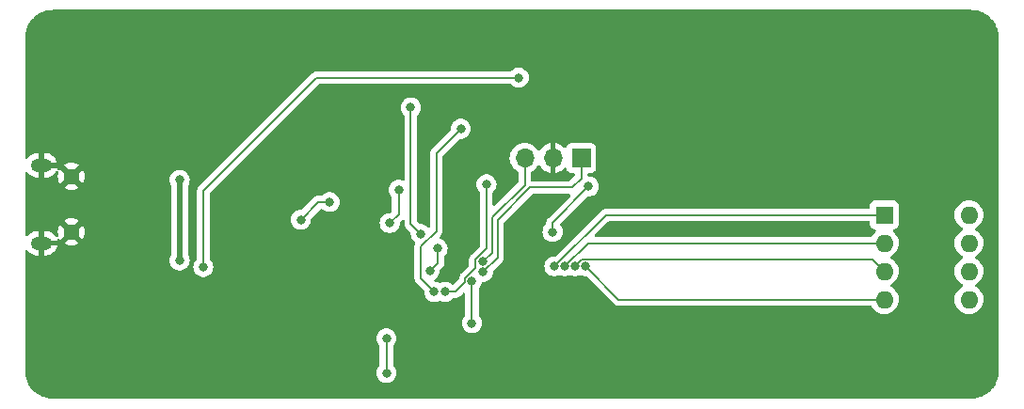
<source format=gbr>
%TF.GenerationSoftware,KiCad,Pcbnew,(7.0.0)*%
%TF.CreationDate,2023-06-08T20:43:27-04:00*%
%TF.ProjectId,tft controller new,74667420-636f-46e7-9472-6f6c6c657220,rev?*%
%TF.SameCoordinates,Original*%
%TF.FileFunction,Copper,L4,Bot*%
%TF.FilePolarity,Positive*%
%FSLAX46Y46*%
G04 Gerber Fmt 4.6, Leading zero omitted, Abs format (unit mm)*
G04 Created by KiCad (PCBNEW (7.0.0)) date 2023-06-08 20:43:27*
%MOMM*%
%LPD*%
G01*
G04 APERTURE LIST*
%TA.AperFunction,ComponentPad*%
%ADD10O,1.600000X1.600000*%
%TD*%
%TA.AperFunction,ComponentPad*%
%ADD11R,1.600000X1.600000*%
%TD*%
%TA.AperFunction,ComponentPad*%
%ADD12R,1.700000X1.700000*%
%TD*%
%TA.AperFunction,ComponentPad*%
%ADD13O,1.700000X1.700000*%
%TD*%
%TA.AperFunction,ComponentPad*%
%ADD14O,1.900000X1.200000*%
%TD*%
%TA.AperFunction,ComponentPad*%
%ADD15C,1.450000*%
%TD*%
%TA.AperFunction,ViaPad*%
%ADD16C,0.800000*%
%TD*%
%TA.AperFunction,Conductor*%
%ADD17C,0.127000*%
%TD*%
%TA.AperFunction,Conductor*%
%ADD18C,0.200000*%
%TD*%
%TA.AperFunction,Conductor*%
%ADD19C,0.500000*%
%TD*%
G04 APERTURE END LIST*
D10*
%TO.P,SW3,8*%
%TO.N,+2V8*%
X145319999Y-98959999D03*
%TO.P,SW3,7*%
X145319999Y-101499999D03*
%TO.P,SW3,6*%
X145319999Y-104039999D03*
%TO.P,SW3,5*%
X145319999Y-106579999D03*
%TO.P,SW3,4*%
%TO.N,/TFT LCD Connections/TFT_IM3*%
X137699999Y-106579999D03*
%TO.P,SW3,3*%
%TO.N,/TFT LCD Connections/TFT_IM2*%
X137699999Y-104039999D03*
%TO.P,SW3,2*%
%TO.N,/TFT LCD Connections/TFT_IM1*%
X137699999Y-101499999D03*
D11*
%TO.P,SW3,1*%
%TO.N,/TFT LCD Connections/TFT_IM0*%
X137699999Y-98959999D03*
%TD*%
D12*
%TO.P,J3,1,Pin_1*%
%TO.N,/RP2040 Connections/RP_SWCLK*%
X110424999Y-93824999D03*
D13*
%TO.P,J3,2,Pin_2*%
%TO.N,GND*%
X107884999Y-93824999D03*
%TO.P,J3,3,Pin_3*%
%TO.N,/RP2040 Connections/RP_SWD*%
X105344999Y-93824999D03*
%TD*%
D14*
%TO.P,J1,6,Shield*%
%TO.N,GND*%
X61862499Y-94499999D03*
D15*
X64562500Y-95500000D03*
X64562500Y-100500000D03*
D14*
X61862499Y-101499999D03*
%TD*%
D16*
%TO.N,GND*%
X82100000Y-103400000D03*
X80300000Y-103400000D03*
X80300000Y-105800000D03*
X82100000Y-105800000D03*
%TO.N,+3V3*%
X87800000Y-97800000D03*
X85200000Y-99400000D03*
%TO.N,GND*%
X104700000Y-101300000D03*
X137000000Y-91987500D03*
X84200000Y-93737500D03*
X90400000Y-98137500D03*
X92500000Y-106000000D03*
X91600000Y-106000000D03*
X91600000Y-105100000D03*
X92500000Y-105100000D03*
X91600000Y-104200000D03*
X90700000Y-105100000D03*
X131200000Y-100200000D03*
X130300000Y-100200000D03*
X129350000Y-100200000D03*
X123900000Y-96937500D03*
X122300000Y-89000000D03*
X105300000Y-88500000D03*
X102000000Y-89300000D03*
X102700000Y-94800000D03*
X93900000Y-94337500D03*
X68937500Y-84400000D03*
X66637500Y-87837500D03*
X75200000Y-93500000D03*
X68800000Y-96400000D03*
X78300000Y-98837500D03*
X79100000Y-107900000D03*
X86337500Y-109200000D03*
X96162500Y-114800000D03*
X95800000Y-108700000D03*
X99900000Y-103000000D03*
X90700000Y-106000000D03*
X92500000Y-104200000D03*
X90700000Y-104200000D03*
%TO.N,+3V3*%
X74300000Y-95800000D03*
X74300000Y-103062500D03*
%TO.N,/RP2040 Connections/~{RP_FLASH_CS}*%
X104800000Y-86600000D03*
X76432000Y-103658000D03*
%TO.N,+3V3*%
X94000000Y-96700000D03*
X92900000Y-113200000D03*
X100600000Y-108700000D03*
X93200000Y-99700000D03*
X100600000Y-104900000D03*
X92900000Y-110100000D03*
%TO.N,+1V1*%
X96800000Y-104000000D03*
X97500000Y-102000000D03*
%TO.N,/RP2040 Connections/RP_XIN*%
X97200000Y-105900000D03*
X99600000Y-91200000D03*
%TO.N,/TFT LCD Connections/LEDA*%
X107850000Y-100500000D03*
X111100000Y-96400000D03*
%TO.N,/TFT LCD Connections/TFT_IM0*%
X108020491Y-103600000D03*
%TO.N,/TFT LCD Connections/TFT_IM1*%
X108946994Y-103600000D03*
%TO.N,/TFT LCD Connections/TFT_IM2*%
X109873497Y-103600000D03*
%TO.N,/TFT LCD Connections/TFT_IM3*%
X110800000Y-103600000D03*
%TO.N,/RP2040 Connections/RP_SWCLK*%
X101600000Y-104100000D03*
%TO.N,/RP2040 Connections/RP_SWD*%
X101600000Y-103173497D03*
%TO.N,/RP2040 Connections/RP_XOUT*%
X98200000Y-105900000D03*
X101900000Y-96200000D03*
%TO.N,/RP2040 Connections/RP_RUN*%
X95100000Y-89300000D03*
X96000000Y-100700000D03*
%TD*%
D17*
%TO.N,/RP2040 Connections/RP_RUN*%
X96000000Y-100700000D02*
X95100000Y-99800000D01*
X95100000Y-99800000D02*
X95100000Y-89300000D01*
D18*
%TO.N,+3V3*%
X86800000Y-97800000D02*
X87800000Y-97800000D01*
X85200000Y-99400000D02*
X86800000Y-97800000D01*
D19*
X74300000Y-103062500D02*
X74300000Y-95800000D01*
D17*
%TO.N,/RP2040 Connections/~{RP_FLASH_CS}*%
X86600000Y-86600000D02*
X104800000Y-86600000D01*
X76432000Y-96768000D02*
X86600000Y-86600000D01*
X76432000Y-103658000D02*
X76432000Y-96768000D01*
D18*
%TO.N,+3V3*%
X93200000Y-99700000D02*
X94000000Y-98900000D01*
X94000000Y-98900000D02*
X94000000Y-96700000D01*
X92900000Y-110100000D02*
X92900000Y-113200000D01*
X100600000Y-108700000D02*
X100600000Y-104900000D01*
%TO.N,+1V1*%
X97500000Y-103300000D02*
X97500000Y-102000000D01*
X96800000Y-104000000D02*
X97500000Y-103300000D01*
D17*
%TO.N,/RP2040 Connections/RP_XIN*%
X96000000Y-104700000D02*
X96000000Y-101800000D01*
X97400000Y-93400000D02*
X99600000Y-91200000D01*
X97200000Y-105900000D02*
X96000000Y-104700000D01*
X97400000Y-100400000D02*
X97400000Y-93400000D01*
X96000000Y-101800000D02*
X97400000Y-100400000D01*
%TO.N,/TFT LCD Connections/LEDA*%
X107850000Y-99650000D02*
X107850000Y-100450000D01*
X111100000Y-96400000D02*
X107850000Y-99650000D01*
X107850000Y-100450000D02*
X107900000Y-100500000D01*
%TO.N,/TFT LCD Connections/TFT_IM0*%
X112660491Y-98960000D02*
X137700000Y-98960000D01*
X108020491Y-103600000D02*
X112660491Y-98960000D01*
%TO.N,/TFT LCD Connections/TFT_IM1*%
X108946994Y-103600000D02*
X111046994Y-101500000D01*
X111046994Y-101500000D02*
X137700000Y-101500000D01*
%TO.N,/TFT LCD Connections/TFT_IM2*%
X110463997Y-103009500D02*
X136669500Y-103009500D01*
X109873497Y-103600000D02*
X110463997Y-103009500D01*
X136669500Y-103009500D02*
X137700000Y-104040000D01*
%TO.N,/TFT LCD Connections/TFT_IM3*%
X110800000Y-103600000D02*
X113780000Y-106580000D01*
X113780000Y-106580000D02*
X137700000Y-106580000D01*
%TO.N,/RP2040 Connections/RP_SWCLK*%
X110425000Y-95675000D02*
X109600000Y-96500000D01*
X105800000Y-96500000D02*
X102900000Y-99400000D01*
X109600000Y-96500000D02*
X105800000Y-96500000D01*
X110425000Y-93825000D02*
X110425000Y-95675000D01*
X102900000Y-99400000D02*
X102900000Y-102800000D01*
X102900000Y-102800000D02*
X101600000Y-104100000D01*
%TO.N,/RP2040 Connections/RP_SWD*%
X105345000Y-96255000D02*
X105345000Y-93825000D01*
X101600000Y-103173497D02*
X102400000Y-102373497D01*
X102400000Y-99200000D02*
X105345000Y-96255000D01*
X102400000Y-102373497D02*
X102400000Y-99200000D01*
%TO.N,/RP2040 Connections/RP_XOUT*%
X99100000Y-105900000D02*
X100009500Y-104990500D01*
X100009500Y-104655406D02*
X100900000Y-103764906D01*
X101900000Y-102000000D02*
X101900000Y-96200000D01*
X100900000Y-103000000D02*
X101900000Y-102000000D01*
X100900000Y-103764906D02*
X100900000Y-103000000D01*
X98200000Y-105900000D02*
X99100000Y-105900000D01*
X100009500Y-104990500D02*
X100009500Y-104655406D01*
%TD*%
%TA.AperFunction,Conductor*%
%TO.N,GND*%
G36*
X136337501Y-99540613D02*
G01*
X136382888Y-99586000D01*
X136399501Y-99648000D01*
X136399501Y-99807872D01*
X136399853Y-99811150D01*
X136399854Y-99811161D01*
X136405079Y-99859768D01*
X136405080Y-99859773D01*
X136405909Y-99867483D01*
X136408619Y-99874749D01*
X136408620Y-99874753D01*
X136427954Y-99926589D01*
X136456204Y-100002331D01*
X136461518Y-100009430D01*
X136461519Y-100009431D01*
X136523972Y-100092858D01*
X136542454Y-100117546D01*
X136657669Y-100203796D01*
X136792517Y-100254091D01*
X136827599Y-100257862D01*
X136883516Y-100278240D01*
X136923500Y-100322328D01*
X136938334Y-100379969D01*
X136924601Y-100437882D01*
X136885465Y-100482725D01*
X136879654Y-100486794D01*
X136860861Y-100499953D01*
X136857037Y-100503776D01*
X136857031Y-100503782D01*
X136703782Y-100657031D01*
X136703776Y-100657037D01*
X136699953Y-100660861D01*
X136696850Y-100665291D01*
X136696847Y-100665296D01*
X136572540Y-100842826D01*
X136572535Y-100842833D01*
X136569432Y-100847266D01*
X136567146Y-100852166D01*
X136567139Y-100852180D01*
X136561440Y-100864404D01*
X136515683Y-100916580D01*
X136449058Y-100936000D01*
X111781470Y-100936000D01*
X111725175Y-100922485D01*
X111681152Y-100884885D01*
X111658997Y-100831398D01*
X111663539Y-100773682D01*
X111693789Y-100724319D01*
X112857789Y-99560319D01*
X112898017Y-99533439D01*
X112945470Y-99524000D01*
X136275501Y-99524000D01*
X136337501Y-99540613D01*
G37*
%TD.AperFunction*%
%TA.AperFunction,Conductor*%
G36*
X145503735Y-80500726D02*
G01*
X145527834Y-80502183D01*
X145598669Y-80506468D01*
X145599066Y-80506493D01*
X145802818Y-80519847D01*
X145817032Y-80521610D01*
X145948459Y-80545695D01*
X145950007Y-80545991D01*
X146112440Y-80578301D01*
X146125102Y-80581523D01*
X146259591Y-80623432D01*
X146259678Y-80623459D01*
X146262645Y-80624425D01*
X146412220Y-80675199D01*
X146423244Y-80679538D01*
X146554556Y-80738637D01*
X146558416Y-80740457D01*
X146697458Y-80809025D01*
X146706762Y-80814119D01*
X146706780Y-80814130D01*
X146831185Y-80889335D01*
X146835926Y-80892350D01*
X146963643Y-80977689D01*
X146971225Y-80983180D01*
X147086211Y-81073265D01*
X147091487Y-81077640D01*
X147206550Y-81178547D01*
X147212472Y-81184094D01*
X147315904Y-81287526D01*
X147321451Y-81293448D01*
X147422358Y-81408511D01*
X147426741Y-81413797D01*
X147516818Y-81528773D01*
X147522309Y-81536355D01*
X147607648Y-81664072D01*
X147610663Y-81668813D01*
X147685878Y-81793234D01*
X147690973Y-81802540D01*
X147759519Y-81941536D01*
X147761383Y-81945489D01*
X147820458Y-82076750D01*
X147824801Y-82087783D01*
X147875573Y-82237353D01*
X147876539Y-82240320D01*
X147918470Y-82374878D01*
X147921702Y-82387578D01*
X147953976Y-82549832D01*
X147954328Y-82551672D01*
X147978386Y-82682954D01*
X147980151Y-82697195D01*
X147993498Y-82900828D01*
X147993538Y-82901450D01*
X147999274Y-82996264D01*
X147999500Y-83003752D01*
X147999500Y-112996248D01*
X147999274Y-113003736D01*
X147993538Y-113098548D01*
X147993498Y-113099170D01*
X147980151Y-113302803D01*
X147978386Y-113317044D01*
X147954328Y-113448326D01*
X147953976Y-113450166D01*
X147921702Y-113612420D01*
X147918470Y-113625120D01*
X147876539Y-113759678D01*
X147875573Y-113762645D01*
X147824801Y-113912215D01*
X147820458Y-113923248D01*
X147761383Y-114054509D01*
X147759519Y-114058462D01*
X147690973Y-114197458D01*
X147685878Y-114206764D01*
X147610663Y-114331185D01*
X147607648Y-114335926D01*
X147522309Y-114463643D01*
X147516818Y-114471225D01*
X147426741Y-114586201D01*
X147422358Y-114591487D01*
X147321451Y-114706550D01*
X147315904Y-114712472D01*
X147212472Y-114815904D01*
X147206550Y-114821451D01*
X147091487Y-114922358D01*
X147086201Y-114926741D01*
X146971225Y-115016818D01*
X146963643Y-115022309D01*
X146835926Y-115107648D01*
X146831185Y-115110663D01*
X146706764Y-115185878D01*
X146697458Y-115190973D01*
X146558462Y-115259519D01*
X146554509Y-115261383D01*
X146423248Y-115320458D01*
X146412215Y-115324801D01*
X146262645Y-115375573D01*
X146259678Y-115376539D01*
X146125120Y-115418470D01*
X146112420Y-115421702D01*
X145950166Y-115453976D01*
X145948326Y-115454328D01*
X145817044Y-115478386D01*
X145802803Y-115480151D01*
X145599170Y-115493498D01*
X145598548Y-115493538D01*
X145503736Y-115499274D01*
X145496248Y-115499500D01*
X62903752Y-115499500D01*
X62896264Y-115499274D01*
X62801450Y-115493538D01*
X62800828Y-115493498D01*
X62597195Y-115480151D01*
X62582954Y-115478386D01*
X62451677Y-115454329D01*
X62449837Y-115453977D01*
X62287576Y-115421701D01*
X62274876Y-115418469D01*
X62140332Y-115376543D01*
X62137365Y-115375577D01*
X61987780Y-115324800D01*
X61976747Y-115320457D01*
X61845505Y-115261390D01*
X61841552Y-115259526D01*
X61702532Y-115190968D01*
X61693226Y-115185873D01*
X61568831Y-115110674D01*
X61564090Y-115107659D01*
X61436350Y-115022306D01*
X61428767Y-115016814D01*
X61313800Y-114926742D01*
X61308516Y-114922361D01*
X61193442Y-114821445D01*
X61187519Y-114815897D01*
X61084104Y-114712482D01*
X61078557Y-114706560D01*
X60977633Y-114591478D01*
X60973250Y-114586192D01*
X60940919Y-114544924D01*
X60883176Y-114471220D01*
X60877706Y-114463667D01*
X60792306Y-114335858D01*
X60789330Y-114331177D01*
X60714130Y-114206780D01*
X60709035Y-114197475D01*
X60661212Y-114100500D01*
X60640452Y-114058403D01*
X60638598Y-114054470D01*
X60605230Y-113980330D01*
X60579544Y-113923256D01*
X60575207Y-113912241D01*
X60524372Y-113762483D01*
X60523451Y-113759654D01*
X60481529Y-113625120D01*
X60478307Y-113612463D01*
X60445976Y-113449923D01*
X60445667Y-113448304D01*
X60421610Y-113317032D01*
X60419851Y-113302848D01*
X60413110Y-113200000D01*
X91994540Y-113200000D01*
X91995219Y-113206460D01*
X92013646Y-113381795D01*
X92013647Y-113381803D01*
X92014326Y-113388256D01*
X92016331Y-113394428D01*
X92016333Y-113394435D01*
X92070813Y-113562105D01*
X92072821Y-113568284D01*
X92076068Y-113573908D01*
X92076069Y-113573910D01*
X92090075Y-113598170D01*
X92167467Y-113732216D01*
X92171811Y-113737041D01*
X92171813Y-113737043D01*
X92194865Y-113762645D01*
X92294129Y-113872888D01*
X92447270Y-113984151D01*
X92620197Y-114061144D01*
X92805354Y-114100500D01*
X92988143Y-114100500D01*
X92994646Y-114100500D01*
X93179803Y-114061144D01*
X93352730Y-113984151D01*
X93505871Y-113872888D01*
X93632533Y-113732216D01*
X93727179Y-113568284D01*
X93785674Y-113388256D01*
X93805460Y-113200000D01*
X93785674Y-113011744D01*
X93727179Y-112831716D01*
X93632533Y-112667784D01*
X93532349Y-112556519D01*
X93508736Y-112517986D01*
X93500500Y-112473548D01*
X93500500Y-110826452D01*
X93508736Y-110782014D01*
X93532350Y-110743480D01*
X93632533Y-110632216D01*
X93727179Y-110468284D01*
X93785674Y-110288256D01*
X93805460Y-110100000D01*
X93785674Y-109911744D01*
X93727179Y-109731716D01*
X93632533Y-109567784D01*
X93505871Y-109427112D01*
X93500613Y-109423292D01*
X93500611Y-109423290D01*
X93357988Y-109319669D01*
X93357987Y-109319668D01*
X93352730Y-109315849D01*
X93346792Y-109313205D01*
X93185745Y-109241501D01*
X93185740Y-109241499D01*
X93179803Y-109238856D01*
X93173444Y-109237504D01*
X93173440Y-109237503D01*
X93001008Y-109200852D01*
X93001005Y-109200851D01*
X92994646Y-109199500D01*
X92805354Y-109199500D01*
X92798995Y-109200851D01*
X92798991Y-109200852D01*
X92626559Y-109237503D01*
X92626552Y-109237505D01*
X92620197Y-109238856D01*
X92614262Y-109241498D01*
X92614254Y-109241501D01*
X92453207Y-109313205D01*
X92453202Y-109313207D01*
X92447270Y-109315849D01*
X92442016Y-109319665D01*
X92442011Y-109319669D01*
X92299388Y-109423290D01*
X92299381Y-109423295D01*
X92294129Y-109427112D01*
X92289784Y-109431937D01*
X92289779Y-109431942D01*
X92171813Y-109562956D01*
X92171808Y-109562962D01*
X92167467Y-109567784D01*
X92164222Y-109573404D01*
X92164218Y-109573410D01*
X92076069Y-109726089D01*
X92076066Y-109726094D01*
X92072821Y-109731716D01*
X92070815Y-109737888D01*
X92070813Y-109737894D01*
X92016333Y-109905564D01*
X92016331Y-109905573D01*
X92014326Y-109911744D01*
X92013648Y-109918194D01*
X92013646Y-109918204D01*
X91995962Y-110086464D01*
X91994540Y-110100000D01*
X91995219Y-110106460D01*
X92013646Y-110281795D01*
X92013647Y-110281803D01*
X92014326Y-110288256D01*
X92016331Y-110294428D01*
X92016333Y-110294435D01*
X92070813Y-110462105D01*
X92072821Y-110468284D01*
X92167467Y-110632216D01*
X92171811Y-110637041D01*
X92171813Y-110637043D01*
X92267650Y-110743480D01*
X92291264Y-110782014D01*
X92299500Y-110826452D01*
X92299500Y-112473548D01*
X92291264Y-112517986D01*
X92267650Y-112556520D01*
X92171813Y-112662956D01*
X92171808Y-112662962D01*
X92167467Y-112667784D01*
X92164222Y-112673404D01*
X92164218Y-112673410D01*
X92076069Y-112826089D01*
X92076066Y-112826094D01*
X92072821Y-112831716D01*
X92070815Y-112837888D01*
X92070813Y-112837894D01*
X92016333Y-113005564D01*
X92016331Y-113005573D01*
X92014326Y-113011744D01*
X92013648Y-113018194D01*
X92013646Y-113018204D01*
X92005137Y-113099170D01*
X91994540Y-113200000D01*
X60413110Y-113200000D01*
X60406484Y-113098918D01*
X60406465Y-113098613D01*
X60400726Y-113003736D01*
X60400500Y-112996249D01*
X60400500Y-103062500D01*
X73394540Y-103062500D01*
X73395219Y-103068960D01*
X73413646Y-103244295D01*
X73413647Y-103244303D01*
X73414326Y-103250756D01*
X73416331Y-103256928D01*
X73416333Y-103256935D01*
X73457238Y-103382826D01*
X73472821Y-103430784D01*
X73476068Y-103436408D01*
X73476069Y-103436410D01*
X73495314Y-103469744D01*
X73567467Y-103594716D01*
X73571811Y-103599541D01*
X73571813Y-103599543D01*
X73624448Y-103658000D01*
X73694129Y-103735388D01*
X73847270Y-103846651D01*
X74020197Y-103923644D01*
X74205354Y-103963000D01*
X74388143Y-103963000D01*
X74394646Y-103963000D01*
X74579803Y-103923644D01*
X74752730Y-103846651D01*
X74905871Y-103735388D01*
X74975552Y-103658000D01*
X75526540Y-103658000D01*
X75527219Y-103664460D01*
X75545646Y-103839795D01*
X75545647Y-103839803D01*
X75546326Y-103846256D01*
X75548331Y-103852428D01*
X75548333Y-103852435D01*
X75598516Y-104006880D01*
X75604821Y-104026284D01*
X75608068Y-104031908D01*
X75608069Y-104031910D01*
X75668767Y-104137043D01*
X75699467Y-104190216D01*
X75703811Y-104195041D01*
X75703813Y-104195043D01*
X75782774Y-104282738D01*
X75826129Y-104330888D01*
X75979270Y-104442151D01*
X76152197Y-104519144D01*
X76337354Y-104558500D01*
X76520143Y-104558500D01*
X76526646Y-104558500D01*
X76711803Y-104519144D01*
X76884730Y-104442151D01*
X77037871Y-104330888D01*
X77164533Y-104190216D01*
X77259179Y-104026284D01*
X77317674Y-103846256D01*
X77337460Y-103658000D01*
X77317674Y-103469744D01*
X77259179Y-103289716D01*
X77164533Y-103125784D01*
X77084562Y-103036968D01*
X77042219Y-102989941D01*
X77037871Y-102985112D01*
X77035846Y-102983641D01*
X77006720Y-102943552D01*
X76996000Y-102893117D01*
X76996000Y-99400000D01*
X84294540Y-99400000D01*
X84295219Y-99406460D01*
X84313646Y-99581795D01*
X84313647Y-99581803D01*
X84314326Y-99588256D01*
X84316331Y-99594428D01*
X84316333Y-99594435D01*
X84368474Y-99754906D01*
X84372821Y-99768284D01*
X84376068Y-99773908D01*
X84376069Y-99773910D01*
X84458017Y-99915849D01*
X84467467Y-99932216D01*
X84471811Y-99937041D01*
X84471813Y-99937043D01*
X84552912Y-100027112D01*
X84594129Y-100072888D01*
X84599387Y-100076708D01*
X84599388Y-100076709D01*
X84618894Y-100090881D01*
X84747270Y-100184151D01*
X84920197Y-100261144D01*
X85105354Y-100300500D01*
X85288143Y-100300500D01*
X85294646Y-100300500D01*
X85479803Y-100261144D01*
X85652730Y-100184151D01*
X85805871Y-100072888D01*
X85932533Y-99932216D01*
X86027179Y-99768284D01*
X86049366Y-99700000D01*
X92294540Y-99700000D01*
X92295219Y-99706460D01*
X92313646Y-99881795D01*
X92313647Y-99881803D01*
X92314326Y-99888256D01*
X92316331Y-99894428D01*
X92316333Y-99894435D01*
X92370813Y-100062105D01*
X92372821Y-100068284D01*
X92376068Y-100073908D01*
X92376069Y-100073910D01*
X92453021Y-100207196D01*
X92467467Y-100232216D01*
X92471811Y-100237041D01*
X92471813Y-100237043D01*
X92588954Y-100367141D01*
X92594129Y-100372888D01*
X92599387Y-100376708D01*
X92599388Y-100376709D01*
X92654335Y-100416630D01*
X92747270Y-100484151D01*
X92920197Y-100561144D01*
X93105354Y-100600500D01*
X93288143Y-100600500D01*
X93294646Y-100600500D01*
X93479803Y-100561144D01*
X93652730Y-100484151D01*
X93805871Y-100372888D01*
X93932533Y-100232216D01*
X94027179Y-100068284D01*
X94085674Y-99888256D01*
X94105460Y-99700000D01*
X94104937Y-99695028D01*
X94114220Y-99648362D01*
X94141100Y-99608134D01*
X94324319Y-99424915D01*
X94373682Y-99394665D01*
X94431398Y-99390123D01*
X94484885Y-99412278D01*
X94522485Y-99456301D01*
X94536000Y-99512596D01*
X94536000Y-99754906D01*
X94534939Y-99771090D01*
X94531133Y-99800000D01*
X94532194Y-99808059D01*
X94549455Y-99939174D01*
X94549456Y-99939180D01*
X94550517Y-99947234D01*
X94553626Y-99954740D01*
X94553627Y-99954743D01*
X94604236Y-100076923D01*
X94607347Y-100084433D01*
X94612292Y-100090877D01*
X94612294Y-100090881D01*
X94646073Y-100134903D01*
X94671303Y-100167784D01*
X94697750Y-100202250D01*
X94704196Y-100207196D01*
X94720885Y-100220002D01*
X94733080Y-100230697D01*
X95062974Y-100560591D01*
X95092180Y-100606879D01*
X95098614Y-100661232D01*
X95094540Y-100700000D01*
X95095219Y-100706460D01*
X95113646Y-100881795D01*
X95113647Y-100881803D01*
X95114326Y-100888256D01*
X95116331Y-100894428D01*
X95116333Y-100894435D01*
X95170813Y-101062105D01*
X95172821Y-101068284D01*
X95176068Y-101073908D01*
X95176069Y-101073910D01*
X95258017Y-101215849D01*
X95267467Y-101232216D01*
X95271811Y-101237041D01*
X95271813Y-101237043D01*
X95384772Y-101362496D01*
X95394129Y-101372888D01*
X95399387Y-101376708D01*
X95399388Y-101376709D01*
X95447500Y-101411664D01*
X95483588Y-101452814D01*
X95498445Y-101505492D01*
X95489176Y-101559435D01*
X95453627Y-101645256D01*
X95453625Y-101645261D01*
X95450517Y-101652766D01*
X95449456Y-101660817D01*
X95449455Y-101660825D01*
X95436332Y-101760511D01*
X95431133Y-101800000D01*
X95432194Y-101808059D01*
X95434939Y-101828909D01*
X95436000Y-101845094D01*
X95436000Y-104654906D01*
X95434939Y-104671090D01*
X95431133Y-104700000D01*
X95432194Y-104708059D01*
X95449455Y-104839174D01*
X95449456Y-104839180D01*
X95450517Y-104847234D01*
X95453626Y-104854740D01*
X95453627Y-104854743D01*
X95496604Y-104958498D01*
X95507347Y-104984433D01*
X95512292Y-104990877D01*
X95512294Y-104990881D01*
X95518006Y-104998325D01*
X95550020Y-105040047D01*
X95597750Y-105102250D01*
X95620452Y-105119669D01*
X95620886Y-105120002D01*
X95633083Y-105130699D01*
X96262974Y-105760590D01*
X96292180Y-105806878D01*
X96298614Y-105861230D01*
X96295219Y-105893538D01*
X96294540Y-105900000D01*
X96295219Y-105906460D01*
X96313646Y-106081795D01*
X96313647Y-106081803D01*
X96314326Y-106088256D01*
X96316331Y-106094428D01*
X96316333Y-106094435D01*
X96370813Y-106262105D01*
X96372821Y-106268284D01*
X96376068Y-106273908D01*
X96376069Y-106273910D01*
X96441768Y-106387705D01*
X96467467Y-106432216D01*
X96471811Y-106437041D01*
X96471813Y-106437043D01*
X96497041Y-106465061D01*
X96594129Y-106572888D01*
X96747270Y-106684151D01*
X96920197Y-106761144D01*
X97105354Y-106800500D01*
X97288143Y-106800500D01*
X97294646Y-106800500D01*
X97479803Y-106761144D01*
X97649566Y-106685559D01*
X97700000Y-106674839D01*
X97750433Y-106685559D01*
X97920197Y-106761144D01*
X98105354Y-106800500D01*
X98288143Y-106800500D01*
X98294646Y-106800500D01*
X98479803Y-106761144D01*
X98652730Y-106684151D01*
X98805871Y-106572888D01*
X98866972Y-106505027D01*
X98908686Y-106474720D01*
X98959122Y-106464000D01*
X99054906Y-106464000D01*
X99071090Y-106465060D01*
X99100000Y-106468867D01*
X99247234Y-106449483D01*
X99384433Y-106392653D01*
X99472668Y-106324949D01*
X99472670Y-106324946D01*
X99502250Y-106302250D01*
X99520005Y-106279109D01*
X99530690Y-106266925D01*
X99787819Y-106009796D01*
X99837182Y-105979547D01*
X99894898Y-105975005D01*
X99948385Y-105997160D01*
X99985985Y-106041183D01*
X99999500Y-106097478D01*
X99999500Y-107973548D01*
X99991264Y-108017986D01*
X99967650Y-108056520D01*
X99871813Y-108162956D01*
X99871808Y-108162962D01*
X99867467Y-108167784D01*
X99864222Y-108173404D01*
X99864218Y-108173410D01*
X99776069Y-108326089D01*
X99776066Y-108326094D01*
X99772821Y-108331716D01*
X99770815Y-108337888D01*
X99770813Y-108337894D01*
X99716333Y-108505564D01*
X99716331Y-108505573D01*
X99714326Y-108511744D01*
X99713648Y-108518194D01*
X99713646Y-108518204D01*
X99695962Y-108686464D01*
X99694540Y-108700000D01*
X99695219Y-108706460D01*
X99713646Y-108881795D01*
X99713647Y-108881803D01*
X99714326Y-108888256D01*
X99716331Y-108894428D01*
X99716333Y-108894435D01*
X99770813Y-109062105D01*
X99772821Y-109068284D01*
X99867467Y-109232216D01*
X99871811Y-109237041D01*
X99871813Y-109237043D01*
X99875827Y-109241501D01*
X99994129Y-109372888D01*
X100147270Y-109484151D01*
X100320197Y-109561144D01*
X100505354Y-109600500D01*
X100688143Y-109600500D01*
X100694646Y-109600500D01*
X100879803Y-109561144D01*
X101052730Y-109484151D01*
X101205871Y-109372888D01*
X101332533Y-109232216D01*
X101427179Y-109068284D01*
X101485674Y-108888256D01*
X101505460Y-108700000D01*
X101485674Y-108511744D01*
X101427179Y-108331716D01*
X101332533Y-108167784D01*
X101232349Y-108056519D01*
X101208736Y-108017986D01*
X101200500Y-107973548D01*
X101200500Y-105626452D01*
X101208736Y-105582014D01*
X101232350Y-105543480D01*
X101332533Y-105432216D01*
X101427179Y-105268284D01*
X101485674Y-105088256D01*
X101487375Y-105088808D01*
X101506336Y-105048153D01*
X101549691Y-105013048D01*
X101604046Y-105000500D01*
X101688143Y-105000500D01*
X101694646Y-105000500D01*
X101879803Y-104961144D01*
X102052730Y-104884151D01*
X102205871Y-104772888D01*
X102332533Y-104632216D01*
X102427179Y-104468284D01*
X102485674Y-104288256D01*
X102505460Y-104100000D01*
X102501385Y-104061231D01*
X102507818Y-104006880D01*
X102537023Y-103960592D01*
X102897615Y-103600000D01*
X107115031Y-103600000D01*
X107115710Y-103606460D01*
X107134137Y-103781795D01*
X107134138Y-103781803D01*
X107134817Y-103788256D01*
X107136822Y-103794428D01*
X107136824Y-103794435D01*
X107186839Y-103948362D01*
X107193312Y-103968284D01*
X107196559Y-103973908D01*
X107196560Y-103973910D01*
X107246976Y-104061234D01*
X107287958Y-104132216D01*
X107292302Y-104137041D01*
X107292304Y-104137043D01*
X107392398Y-104248208D01*
X107414620Y-104272888D01*
X107567761Y-104384151D01*
X107740688Y-104461144D01*
X107925845Y-104500500D01*
X108108634Y-104500500D01*
X108115137Y-104500500D01*
X108300294Y-104461144D01*
X108433308Y-104401921D01*
X108483742Y-104391201D01*
X108534177Y-104401921D01*
X108667191Y-104461144D01*
X108852348Y-104500500D01*
X109035137Y-104500500D01*
X109041640Y-104500500D01*
X109226797Y-104461144D01*
X109359811Y-104401921D01*
X109410245Y-104391201D01*
X109460680Y-104401921D01*
X109593694Y-104461144D01*
X109778851Y-104500500D01*
X109961640Y-104500500D01*
X109968143Y-104500500D01*
X110153300Y-104461144D01*
X110286314Y-104401921D01*
X110336748Y-104391201D01*
X110387183Y-104401921D01*
X110520197Y-104461144D01*
X110705354Y-104500500D01*
X110711857Y-104500500D01*
X110851521Y-104500500D01*
X110898974Y-104509939D01*
X110939202Y-104536819D01*
X113349299Y-106946915D01*
X113359989Y-106959103D01*
X113377750Y-106982250D01*
X113495567Y-107072653D01*
X113632766Y-107129483D01*
X113743032Y-107144000D01*
X113743034Y-107144000D01*
X113751092Y-107145061D01*
X113780000Y-107148867D01*
X113808909Y-107145060D01*
X113825094Y-107144000D01*
X136449058Y-107144000D01*
X136515683Y-107163420D01*
X136561440Y-107215596D01*
X136567139Y-107227819D01*
X136567144Y-107227828D01*
X136569432Y-107232734D01*
X136699953Y-107419139D01*
X136860861Y-107580047D01*
X137047266Y-107710568D01*
X137253504Y-107806739D01*
X137473308Y-107865635D01*
X137700000Y-107885468D01*
X137926692Y-107865635D01*
X138146496Y-107806739D01*
X138352734Y-107710568D01*
X138539139Y-107580047D01*
X138700047Y-107419139D01*
X138830568Y-107232734D01*
X138926739Y-107026496D01*
X138985635Y-106806692D01*
X139005468Y-106580000D01*
X144014532Y-106580000D01*
X144015004Y-106585395D01*
X144030148Y-106758498D01*
X144034365Y-106806692D01*
X144035762Y-106811907D01*
X144035764Y-106811916D01*
X144091858Y-107021263D01*
X144091861Y-107021271D01*
X144093261Y-107026496D01*
X144095549Y-107031403D01*
X144095550Y-107031405D01*
X144116234Y-107075762D01*
X144189432Y-107232734D01*
X144319953Y-107419139D01*
X144480861Y-107580047D01*
X144667266Y-107710568D01*
X144873504Y-107806739D01*
X145093308Y-107865635D01*
X145320000Y-107885468D01*
X145546692Y-107865635D01*
X145766496Y-107806739D01*
X145972734Y-107710568D01*
X146159139Y-107580047D01*
X146320047Y-107419139D01*
X146450568Y-107232734D01*
X146546739Y-107026496D01*
X146605635Y-106806692D01*
X146625468Y-106580000D01*
X146605635Y-106353308D01*
X146585755Y-106279116D01*
X146548141Y-106138736D01*
X146548140Y-106138734D01*
X146546739Y-106133504D01*
X146450568Y-105927266D01*
X146320047Y-105740861D01*
X146159139Y-105579953D01*
X145972734Y-105449432D01*
X145914724Y-105422381D01*
X145862549Y-105376625D01*
X145843130Y-105310000D01*
X145862549Y-105243375D01*
X145914725Y-105197618D01*
X145972734Y-105170568D01*
X146159139Y-105040047D01*
X146320047Y-104879139D01*
X146450568Y-104692734D01*
X146546739Y-104486496D01*
X146605635Y-104266692D01*
X146625468Y-104040000D01*
X146605635Y-103813308D01*
X146583204Y-103729593D01*
X146548141Y-103598736D01*
X146548140Y-103598734D01*
X146546739Y-103593504D01*
X146450568Y-103387266D01*
X146320047Y-103200861D01*
X146159139Y-103039953D01*
X146037371Y-102954691D01*
X145977173Y-102912540D01*
X145977171Y-102912539D01*
X145972734Y-102909432D01*
X145914724Y-102882381D01*
X145862549Y-102836625D01*
X145843130Y-102770000D01*
X145862549Y-102703375D01*
X145914725Y-102657618D01*
X145972734Y-102630568D01*
X146159139Y-102500047D01*
X146320047Y-102339139D01*
X146450568Y-102152734D01*
X146546739Y-101946496D01*
X146605635Y-101726692D01*
X146625468Y-101500000D01*
X146605635Y-101273308D01*
X146595015Y-101233674D01*
X146548141Y-101058736D01*
X146548140Y-101058734D01*
X146546739Y-101053504D01*
X146450568Y-100847266D01*
X146320047Y-100660861D01*
X146159139Y-100499953D01*
X146016390Y-100400000D01*
X145977173Y-100372540D01*
X145977171Y-100372539D01*
X145972734Y-100369432D01*
X145914724Y-100342381D01*
X145862549Y-100296625D01*
X145843130Y-100230000D01*
X145862549Y-100163375D01*
X145914725Y-100117618D01*
X145972734Y-100090568D01*
X146159139Y-99960047D01*
X146320047Y-99799139D01*
X146450568Y-99612734D01*
X146546739Y-99406496D01*
X146605635Y-99186692D01*
X146625468Y-98960000D01*
X146605635Y-98733308D01*
X146553532Y-98538856D01*
X146548141Y-98518736D01*
X146548140Y-98518734D01*
X146546739Y-98513504D01*
X146450568Y-98307266D01*
X146320047Y-98120861D01*
X146159139Y-97959953D01*
X145972734Y-97829432D01*
X145766496Y-97733261D01*
X145761271Y-97731861D01*
X145761263Y-97731858D01*
X145551916Y-97675764D01*
X145551907Y-97675762D01*
X145546692Y-97674365D01*
X145541304Y-97673893D01*
X145541301Y-97673893D01*
X145325395Y-97655004D01*
X145320000Y-97654532D01*
X145314605Y-97655004D01*
X145098698Y-97673893D01*
X145098693Y-97673893D01*
X145093308Y-97674365D01*
X145088094Y-97675762D01*
X145088083Y-97675764D01*
X144878736Y-97731858D01*
X144878724Y-97731862D01*
X144873504Y-97733261D01*
X144868599Y-97735547D01*
X144868594Y-97735550D01*
X144672176Y-97827142D01*
X144672172Y-97827144D01*
X144667266Y-97829432D01*
X144662833Y-97832535D01*
X144662826Y-97832540D01*
X144485296Y-97956847D01*
X144485291Y-97956850D01*
X144480861Y-97959953D01*
X144477037Y-97963776D01*
X144477031Y-97963782D01*
X144323782Y-98117031D01*
X144323776Y-98117037D01*
X144319953Y-98120861D01*
X144316850Y-98125291D01*
X144316847Y-98125296D01*
X144192540Y-98302826D01*
X144192535Y-98302833D01*
X144189432Y-98307266D01*
X144187144Y-98312172D01*
X144187142Y-98312176D01*
X144095550Y-98508594D01*
X144095547Y-98508599D01*
X144093261Y-98513504D01*
X144091862Y-98518724D01*
X144091858Y-98518736D01*
X144035764Y-98728083D01*
X144035762Y-98728094D01*
X144034365Y-98733308D01*
X144033893Y-98738693D01*
X144033893Y-98738698D01*
X144015004Y-98954605D01*
X144014532Y-98960000D01*
X144015004Y-98965395D01*
X144033356Y-99175165D01*
X144034365Y-99186692D01*
X144035762Y-99191907D01*
X144035764Y-99191916D01*
X144091858Y-99401263D01*
X144091861Y-99401271D01*
X144093261Y-99406496D01*
X144095549Y-99411403D01*
X144095550Y-99411405D01*
X144108030Y-99438168D01*
X144189432Y-99612734D01*
X144192539Y-99617171D01*
X144192540Y-99617173D01*
X144235768Y-99678909D01*
X144319953Y-99799139D01*
X144480861Y-99960047D01*
X144667266Y-100090568D01*
X144672172Y-100092855D01*
X144672176Y-100092858D01*
X144725274Y-100117618D01*
X144777450Y-100163375D01*
X144796869Y-100230000D01*
X144777450Y-100296625D01*
X144725274Y-100342382D01*
X144672176Y-100367141D01*
X144672163Y-100367148D01*
X144667266Y-100369432D01*
X144662833Y-100372535D01*
X144662826Y-100372540D01*
X144485296Y-100496847D01*
X144485294Y-100496849D01*
X144480861Y-100499953D01*
X144477037Y-100503776D01*
X144477031Y-100503782D01*
X144323782Y-100657031D01*
X144323776Y-100657037D01*
X144319953Y-100660861D01*
X144316850Y-100665291D01*
X144316847Y-100665296D01*
X144192540Y-100842826D01*
X144192535Y-100842833D01*
X144189432Y-100847266D01*
X144187144Y-100852172D01*
X144187142Y-100852176D01*
X144095550Y-101048594D01*
X144095547Y-101048599D01*
X144093261Y-101053504D01*
X144091862Y-101058724D01*
X144091858Y-101058736D01*
X144035764Y-101268083D01*
X144035762Y-101268094D01*
X144034365Y-101273308D01*
X144033893Y-101278693D01*
X144033893Y-101278698D01*
X144016858Y-101473410D01*
X144014532Y-101500000D01*
X144015004Y-101505395D01*
X144028260Y-101656920D01*
X144034365Y-101726692D01*
X144035762Y-101731907D01*
X144035764Y-101731916D01*
X144091858Y-101941263D01*
X144091861Y-101941271D01*
X144093261Y-101946496D01*
X144189432Y-102152734D01*
X144192539Y-102157171D01*
X144192540Y-102157173D01*
X144218631Y-102194435D01*
X144319953Y-102339139D01*
X144480861Y-102500047D01*
X144667266Y-102630568D01*
X144725276Y-102657618D01*
X144777449Y-102703373D01*
X144796869Y-102769997D01*
X144777451Y-102836622D01*
X144725276Y-102882380D01*
X144672178Y-102907141D01*
X144672173Y-102907143D01*
X144667266Y-102909432D01*
X144662833Y-102912535D01*
X144662826Y-102912540D01*
X144485296Y-103036847D01*
X144485291Y-103036850D01*
X144480861Y-103039953D01*
X144477037Y-103043776D01*
X144477031Y-103043782D01*
X144323782Y-103197031D01*
X144323776Y-103197037D01*
X144319953Y-103200861D01*
X144316850Y-103205291D01*
X144316847Y-103205296D01*
X144192540Y-103382826D01*
X144192535Y-103382833D01*
X144189432Y-103387266D01*
X144187144Y-103392172D01*
X144187142Y-103392176D01*
X144095550Y-103588594D01*
X144095547Y-103588599D01*
X144093261Y-103593504D01*
X144091862Y-103598724D01*
X144091858Y-103598736D01*
X144035764Y-103808083D01*
X144035762Y-103808094D01*
X144034365Y-103813308D01*
X144033893Y-103818693D01*
X144033893Y-103818698D01*
X144017820Y-104002413D01*
X144014532Y-104040000D01*
X144015004Y-104045395D01*
X144033180Y-104253156D01*
X144034365Y-104266692D01*
X144035762Y-104271907D01*
X144035764Y-104271916D01*
X144091858Y-104481263D01*
X144091861Y-104481271D01*
X144093261Y-104486496D01*
X144095549Y-104491403D01*
X144095550Y-104491405D01*
X144111957Y-104526589D01*
X144189432Y-104692734D01*
X144192539Y-104697171D01*
X144192540Y-104697173D01*
X144276600Y-104817224D01*
X144319953Y-104879139D01*
X144480861Y-105040047D01*
X144667266Y-105170568D01*
X144672172Y-105172855D01*
X144672176Y-105172858D01*
X144725274Y-105197618D01*
X144777450Y-105243375D01*
X144796869Y-105310000D01*
X144777450Y-105376625D01*
X144725274Y-105422382D01*
X144672176Y-105447141D01*
X144672163Y-105447148D01*
X144667266Y-105449432D01*
X144662833Y-105452535D01*
X144662826Y-105452540D01*
X144485296Y-105576847D01*
X144485291Y-105576850D01*
X144480861Y-105579953D01*
X144477037Y-105583776D01*
X144477031Y-105583782D01*
X144323782Y-105737031D01*
X144323776Y-105737037D01*
X144319953Y-105740861D01*
X144316850Y-105745291D01*
X144316847Y-105745296D01*
X144192540Y-105922826D01*
X144192535Y-105922833D01*
X144189432Y-105927266D01*
X144187144Y-105932172D01*
X144187142Y-105932176D01*
X144095550Y-106128594D01*
X144095547Y-106128599D01*
X144093261Y-106133504D01*
X144091862Y-106138724D01*
X144091858Y-106138736D01*
X144035764Y-106348083D01*
X144035762Y-106348094D01*
X144034365Y-106353308D01*
X144033893Y-106358693D01*
X144033893Y-106358698D01*
X144024255Y-106468867D01*
X144014532Y-106580000D01*
X139005468Y-106580000D01*
X138985635Y-106353308D01*
X138965755Y-106279116D01*
X138928141Y-106138736D01*
X138928140Y-106138734D01*
X138926739Y-106133504D01*
X138830568Y-105927266D01*
X138700047Y-105740861D01*
X138539139Y-105579953D01*
X138352734Y-105449432D01*
X138294724Y-105422381D01*
X138242549Y-105376625D01*
X138223130Y-105310000D01*
X138242549Y-105243375D01*
X138294725Y-105197618D01*
X138352734Y-105170568D01*
X138539139Y-105040047D01*
X138700047Y-104879139D01*
X138830568Y-104692734D01*
X138926739Y-104486496D01*
X138985635Y-104266692D01*
X139005468Y-104040000D01*
X138985635Y-103813308D01*
X138963204Y-103729593D01*
X138928141Y-103598736D01*
X138928140Y-103598734D01*
X138926739Y-103593504D01*
X138830568Y-103387266D01*
X138700047Y-103200861D01*
X138539139Y-103039953D01*
X138417371Y-102954691D01*
X138357173Y-102912540D01*
X138357171Y-102912539D01*
X138352734Y-102909432D01*
X138294724Y-102882381D01*
X138242549Y-102836625D01*
X138223130Y-102770000D01*
X138242549Y-102703375D01*
X138294725Y-102657618D01*
X138352734Y-102630568D01*
X138539139Y-102500047D01*
X138700047Y-102339139D01*
X138830568Y-102152734D01*
X138926739Y-101946496D01*
X138985635Y-101726692D01*
X139005468Y-101500000D01*
X138985635Y-101273308D01*
X138975015Y-101233674D01*
X138928141Y-101058736D01*
X138928140Y-101058734D01*
X138926739Y-101053504D01*
X138830568Y-100847266D01*
X138700047Y-100660861D01*
X138539139Y-100499953D01*
X138514535Y-100482725D01*
X138475398Y-100437883D01*
X138461665Y-100379969D01*
X138476499Y-100322328D01*
X138516485Y-100278239D01*
X138572406Y-100257861D01*
X138607483Y-100254091D01*
X138742331Y-100203796D01*
X138857546Y-100117546D01*
X138943796Y-100002331D01*
X138994091Y-99867483D01*
X139000500Y-99807873D01*
X139000499Y-98112128D01*
X138994091Y-98052517D01*
X138943796Y-97917669D01*
X138857546Y-97802454D01*
X138845638Y-97793540D01*
X138749431Y-97721519D01*
X138749430Y-97721518D01*
X138742331Y-97716204D01*
X138630155Y-97674365D01*
X138614752Y-97668620D01*
X138614750Y-97668619D01*
X138607483Y-97665909D01*
X138599770Y-97665079D01*
X138599767Y-97665079D01*
X138551180Y-97659855D01*
X138551169Y-97659854D01*
X138547873Y-97659500D01*
X138544550Y-97659500D01*
X136855439Y-97659500D01*
X136855420Y-97659500D01*
X136852128Y-97659501D01*
X136848850Y-97659853D01*
X136848838Y-97659854D01*
X136800231Y-97665079D01*
X136800225Y-97665080D01*
X136792517Y-97665909D01*
X136785252Y-97668618D01*
X136785246Y-97668620D01*
X136665980Y-97713104D01*
X136665978Y-97713104D01*
X136657669Y-97716204D01*
X136650572Y-97721516D01*
X136650568Y-97721519D01*
X136549550Y-97797141D01*
X136549546Y-97797144D01*
X136542454Y-97802454D01*
X136537144Y-97809546D01*
X136537141Y-97809550D01*
X136461519Y-97910568D01*
X136461516Y-97910572D01*
X136456204Y-97917669D01*
X136453104Y-97925978D01*
X136453104Y-97925980D01*
X136408620Y-98045247D01*
X136408619Y-98045250D01*
X136405909Y-98052517D01*
X136405079Y-98060227D01*
X136405079Y-98060232D01*
X136399855Y-98108819D01*
X136399854Y-98108831D01*
X136399500Y-98112127D01*
X136399500Y-98115449D01*
X136399500Y-98272000D01*
X136382887Y-98334000D01*
X136337500Y-98379387D01*
X136275500Y-98396000D01*
X112705585Y-98396000D01*
X112689400Y-98394939D01*
X112668550Y-98392194D01*
X112660491Y-98391133D01*
X112652432Y-98392194D01*
X112521316Y-98409455D01*
X112521308Y-98409456D01*
X112513257Y-98410517D01*
X112505752Y-98413625D01*
X112505747Y-98413627D01*
X112383565Y-98464237D01*
X112383562Y-98464238D01*
X112376058Y-98467347D01*
X112369613Y-98472291D01*
X112369610Y-98472294D01*
X112324029Y-98507270D01*
X112264686Y-98552804D01*
X112264683Y-98552806D01*
X112258241Y-98557750D01*
X112253296Y-98564193D01*
X112253293Y-98564197D01*
X112240484Y-98580889D01*
X112229792Y-98593080D01*
X108159692Y-102663181D01*
X108119464Y-102690061D01*
X108072011Y-102699500D01*
X107925845Y-102699500D01*
X107919486Y-102700851D01*
X107919482Y-102700852D01*
X107747050Y-102737503D01*
X107747043Y-102737505D01*
X107740688Y-102738856D01*
X107734753Y-102741498D01*
X107734745Y-102741501D01*
X107573698Y-102813205D01*
X107573693Y-102813207D01*
X107567761Y-102815849D01*
X107562507Y-102819665D01*
X107562502Y-102819669D01*
X107419879Y-102923290D01*
X107419872Y-102923295D01*
X107414620Y-102927112D01*
X107410275Y-102931937D01*
X107410270Y-102931942D01*
X107292304Y-103062956D01*
X107292299Y-103062962D01*
X107287958Y-103067784D01*
X107284713Y-103073404D01*
X107284709Y-103073410D01*
X107196560Y-103226089D01*
X107196557Y-103226094D01*
X107193312Y-103231716D01*
X107191306Y-103237888D01*
X107191304Y-103237894D01*
X107136824Y-103405564D01*
X107136822Y-103405573D01*
X107134817Y-103411744D01*
X107134139Y-103418194D01*
X107134137Y-103418204D01*
X107118435Y-103567609D01*
X107115031Y-103600000D01*
X102897615Y-103600000D01*
X103266924Y-103230691D01*
X103279115Y-103220001D01*
X103302250Y-103202250D01*
X103324949Y-103172668D01*
X103392654Y-103084433D01*
X103449483Y-102947234D01*
X103468868Y-102800000D01*
X103465060Y-102771083D01*
X103464000Y-102754898D01*
X103464000Y-99684979D01*
X103473439Y-99637526D01*
X103500319Y-99597298D01*
X105997297Y-97100319D01*
X106037525Y-97073439D01*
X106084978Y-97064000D01*
X109339021Y-97064000D01*
X109395316Y-97077515D01*
X109439339Y-97115115D01*
X109461494Y-97168602D01*
X109456952Y-97226318D01*
X109426702Y-97275681D01*
X107483080Y-99219301D01*
X107470889Y-99229993D01*
X107454196Y-99242802D01*
X107454188Y-99242809D01*
X107447750Y-99247750D01*
X107442809Y-99254188D01*
X107442805Y-99254193D01*
X107425051Y-99277331D01*
X107425050Y-99277333D01*
X107362293Y-99359120D01*
X107362290Y-99359124D01*
X107357347Y-99365567D01*
X107354238Y-99373071D01*
X107354237Y-99373074D01*
X107303627Y-99495256D01*
X107303625Y-99495261D01*
X107300517Y-99502766D01*
X107299456Y-99510817D01*
X107299455Y-99510825D01*
X107288448Y-99594435D01*
X107281133Y-99650000D01*
X107282194Y-99658059D01*
X107284939Y-99678909D01*
X107286000Y-99695094D01*
X107286000Y-99735117D01*
X107275280Y-99785552D01*
X107246153Y-99825641D01*
X107244129Y-99827112D01*
X107239784Y-99831936D01*
X107239780Y-99831941D01*
X107121813Y-99962956D01*
X107121808Y-99962962D01*
X107117467Y-99967784D01*
X107114222Y-99973404D01*
X107114218Y-99973410D01*
X107026069Y-100126089D01*
X107026066Y-100126094D01*
X107022821Y-100131716D01*
X107020815Y-100137888D01*
X107020813Y-100137894D01*
X106966333Y-100305564D01*
X106966331Y-100305573D01*
X106964326Y-100311744D01*
X106963648Y-100318194D01*
X106963646Y-100318204D01*
X106950989Y-100438637D01*
X106944540Y-100500000D01*
X106945219Y-100506460D01*
X106963646Y-100681795D01*
X106963647Y-100681803D01*
X106964326Y-100688256D01*
X106966331Y-100694428D01*
X106966333Y-100694435D01*
X107020813Y-100862105D01*
X107022821Y-100868284D01*
X107026068Y-100873908D01*
X107026069Y-100873910D01*
X107086308Y-100978248D01*
X107117467Y-101032216D01*
X107121811Y-101037041D01*
X107121813Y-101037043D01*
X107156186Y-101075218D01*
X107244129Y-101172888D01*
X107397270Y-101284151D01*
X107570197Y-101361144D01*
X107755354Y-101400500D01*
X107938143Y-101400500D01*
X107944646Y-101400500D01*
X108129803Y-101361144D01*
X108302730Y-101284151D01*
X108455871Y-101172888D01*
X108582533Y-101032216D01*
X108677179Y-100868284D01*
X108735674Y-100688256D01*
X108755460Y-100500000D01*
X108735674Y-100311744D01*
X108677179Y-100131716D01*
X108582533Y-99967784D01*
X108541540Y-99922257D01*
X108512869Y-99867180D01*
X108514495Y-99805107D01*
X108546008Y-99751607D01*
X110960796Y-97336818D01*
X111001024Y-97309939D01*
X111048477Y-97300500D01*
X111188143Y-97300500D01*
X111194646Y-97300500D01*
X111379803Y-97261144D01*
X111552730Y-97184151D01*
X111705871Y-97072888D01*
X111832533Y-96932216D01*
X111927179Y-96768284D01*
X111985674Y-96588256D01*
X112005460Y-96400000D01*
X111985674Y-96211744D01*
X111927179Y-96031716D01*
X111832533Y-95867784D01*
X111824111Y-95858431D01*
X111710220Y-95731942D01*
X111710219Y-95731941D01*
X111705871Y-95727112D01*
X111700613Y-95723292D01*
X111700611Y-95723290D01*
X111557988Y-95619669D01*
X111557987Y-95619668D01*
X111552730Y-95615849D01*
X111546792Y-95613205D01*
X111385745Y-95541501D01*
X111385740Y-95541499D01*
X111379803Y-95538856D01*
X111373444Y-95537504D01*
X111373440Y-95537503D01*
X111201008Y-95500852D01*
X111201005Y-95500851D01*
X111194646Y-95499500D01*
X111113000Y-95499500D01*
X111051000Y-95482887D01*
X111005613Y-95437500D01*
X110989000Y-95375500D01*
X110989000Y-95299499D01*
X111005613Y-95237499D01*
X111051000Y-95192112D01*
X111113000Y-95175499D01*
X111319561Y-95175499D01*
X111322872Y-95175499D01*
X111382483Y-95169091D01*
X111517331Y-95118796D01*
X111632546Y-95032546D01*
X111718796Y-94917331D01*
X111769091Y-94782483D01*
X111775500Y-94722873D01*
X111775499Y-92927128D01*
X111769091Y-92867517D01*
X111718796Y-92732669D01*
X111632546Y-92617454D01*
X111542030Y-92549694D01*
X111524431Y-92536519D01*
X111524430Y-92536518D01*
X111517331Y-92531204D01*
X111410442Y-92491337D01*
X111389752Y-92483620D01*
X111389750Y-92483619D01*
X111382483Y-92480909D01*
X111374770Y-92480079D01*
X111374767Y-92480079D01*
X111326180Y-92474855D01*
X111326169Y-92474854D01*
X111322873Y-92474500D01*
X111319550Y-92474500D01*
X109530439Y-92474500D01*
X109530420Y-92474500D01*
X109527128Y-92474501D01*
X109523850Y-92474853D01*
X109523838Y-92474854D01*
X109475231Y-92480079D01*
X109475225Y-92480080D01*
X109467517Y-92480909D01*
X109460252Y-92483618D01*
X109460246Y-92483620D01*
X109340980Y-92528104D01*
X109340978Y-92528104D01*
X109332669Y-92531204D01*
X109325572Y-92536516D01*
X109325568Y-92536519D01*
X109224550Y-92612141D01*
X109224546Y-92612144D01*
X109217454Y-92617454D01*
X109212144Y-92624546D01*
X109212141Y-92624550D01*
X109136519Y-92725568D01*
X109136516Y-92725572D01*
X109131204Y-92732669D01*
X109128104Y-92740978D01*
X109128105Y-92740978D01*
X109081997Y-92864599D01*
X109047018Y-92914978D01*
X108992173Y-92942431D01*
X108930880Y-92940242D01*
X108878134Y-92908946D01*
X108759909Y-92790721D01*
X108751643Y-92783784D01*
X108567008Y-92654501D01*
X108557676Y-92649113D01*
X108353397Y-92553856D01*
X108343263Y-92550168D01*
X108148780Y-92498056D01*
X108137551Y-92497688D01*
X108135000Y-92508631D01*
X108135000Y-95141369D01*
X108137551Y-95152311D01*
X108148780Y-95151943D01*
X108343263Y-95099831D01*
X108353397Y-95096143D01*
X108557676Y-95000886D01*
X108567008Y-94995498D01*
X108751643Y-94866215D01*
X108759902Y-94859284D01*
X108878133Y-94741053D01*
X108930880Y-94709757D01*
X108992173Y-94707568D01*
X109047018Y-94735021D01*
X109081997Y-94785401D01*
X109131204Y-94917331D01*
X109136518Y-94924430D01*
X109136519Y-94924431D01*
X109204954Y-95015849D01*
X109217454Y-95032546D01*
X109332669Y-95118796D01*
X109467517Y-95169091D01*
X109527127Y-95175500D01*
X109737000Y-95175500D01*
X109799000Y-95192113D01*
X109844387Y-95237500D01*
X109861000Y-95299500D01*
X109861000Y-95390022D01*
X109851561Y-95437475D01*
X109824681Y-95477703D01*
X109402702Y-95899681D01*
X109362474Y-95926561D01*
X109315021Y-95936000D01*
X106033000Y-95936000D01*
X105971000Y-95919387D01*
X105925613Y-95874000D01*
X105909000Y-95812000D01*
X105909000Y-95131112D01*
X105928419Y-95064487D01*
X105980594Y-95018730D01*
X105992442Y-95013205D01*
X106022830Y-94999035D01*
X106216401Y-94863495D01*
X106383495Y-94696401D01*
X106513730Y-94510405D01*
X106558048Y-94471540D01*
X106615305Y-94457529D01*
X106672562Y-94471540D01*
X106716880Y-94510405D01*
X106843784Y-94691643D01*
X106850721Y-94699909D01*
X107010090Y-94859278D01*
X107018356Y-94866215D01*
X107202991Y-94995498D01*
X107212323Y-95000886D01*
X107416602Y-95096143D01*
X107426736Y-95099831D01*
X107621219Y-95151943D01*
X107632448Y-95152311D01*
X107635000Y-95141369D01*
X107635000Y-92508631D01*
X107632448Y-92497688D01*
X107621219Y-92498056D01*
X107426736Y-92550168D01*
X107416602Y-92553856D01*
X107212332Y-92649110D01*
X107202982Y-92654508D01*
X107018357Y-92783784D01*
X107010092Y-92790719D01*
X106850719Y-92950092D01*
X106843788Y-92958352D01*
X106716880Y-93139596D01*
X106672562Y-93178461D01*
X106615305Y-93192472D01*
X106558048Y-93178461D01*
X106513730Y-93139595D01*
X106502162Y-93123074D01*
X106383495Y-92953599D01*
X106216401Y-92786505D01*
X106211970Y-92783402D01*
X106211966Y-92783399D01*
X106027259Y-92654066D01*
X106027257Y-92654064D01*
X106022830Y-92650965D01*
X106017933Y-92648681D01*
X106017927Y-92648678D01*
X105813572Y-92553386D01*
X105813570Y-92553385D01*
X105808663Y-92551097D01*
X105803438Y-92549697D01*
X105803430Y-92549694D01*
X105585634Y-92491337D01*
X105585630Y-92491336D01*
X105580408Y-92489937D01*
X105575020Y-92489465D01*
X105575017Y-92489465D01*
X105350395Y-92469813D01*
X105345000Y-92469341D01*
X105339605Y-92469813D01*
X105114982Y-92489465D01*
X105114977Y-92489465D01*
X105109592Y-92489937D01*
X105104371Y-92491335D01*
X105104365Y-92491337D01*
X104886569Y-92549694D01*
X104886557Y-92549698D01*
X104881337Y-92551097D01*
X104876432Y-92553383D01*
X104876427Y-92553386D01*
X104672081Y-92648675D01*
X104672077Y-92648677D01*
X104667171Y-92650965D01*
X104662738Y-92654068D01*
X104662731Y-92654073D01*
X104478034Y-92783399D01*
X104478029Y-92783402D01*
X104473599Y-92786505D01*
X104469775Y-92790328D01*
X104469769Y-92790334D01*
X104310334Y-92949769D01*
X104310328Y-92949775D01*
X104306505Y-92953599D01*
X104303402Y-92958029D01*
X104303399Y-92958034D01*
X104174073Y-93142731D01*
X104174068Y-93142738D01*
X104170965Y-93147171D01*
X104168677Y-93152077D01*
X104168675Y-93152081D01*
X104073386Y-93356427D01*
X104073383Y-93356432D01*
X104071097Y-93361337D01*
X104069698Y-93366557D01*
X104069694Y-93366569D01*
X104011337Y-93584365D01*
X104011335Y-93584371D01*
X104009937Y-93589592D01*
X104009465Y-93594977D01*
X104009465Y-93594982D01*
X104000573Y-93696617D01*
X103989341Y-93825000D01*
X104009937Y-94060408D01*
X104011336Y-94065630D01*
X104011337Y-94065634D01*
X104069694Y-94283430D01*
X104069697Y-94283438D01*
X104071097Y-94288663D01*
X104073385Y-94293570D01*
X104073386Y-94293572D01*
X104168678Y-94497927D01*
X104168681Y-94497933D01*
X104170965Y-94502830D01*
X104174064Y-94507257D01*
X104174066Y-94507259D01*
X104303399Y-94691966D01*
X104303402Y-94691970D01*
X104306505Y-94696401D01*
X104473599Y-94863495D01*
X104478031Y-94866598D01*
X104478033Y-94866600D01*
X104585003Y-94941501D01*
X104667170Y-94999035D01*
X104697558Y-95013205D01*
X104709406Y-95018730D01*
X104761581Y-95064487D01*
X104781000Y-95131112D01*
X104781000Y-95970021D01*
X104771561Y-96017474D01*
X104744681Y-96057702D01*
X102675681Y-98126702D01*
X102626318Y-98156952D01*
X102568602Y-98161494D01*
X102515115Y-98139339D01*
X102477515Y-98095316D01*
X102464000Y-98039021D01*
X102464000Y-96964883D01*
X102474720Y-96914448D01*
X102503846Y-96874358D01*
X102505871Y-96872888D01*
X102632533Y-96732216D01*
X102727179Y-96568284D01*
X102785674Y-96388256D01*
X102805460Y-96200000D01*
X102785674Y-96011744D01*
X102727179Y-95831716D01*
X102632533Y-95667784D01*
X102505871Y-95527112D01*
X102500613Y-95523292D01*
X102500611Y-95523290D01*
X102357988Y-95419669D01*
X102357987Y-95419668D01*
X102352730Y-95415849D01*
X102346792Y-95413205D01*
X102185745Y-95341501D01*
X102185740Y-95341499D01*
X102179803Y-95338856D01*
X102173444Y-95337504D01*
X102173440Y-95337503D01*
X102001008Y-95300852D01*
X102001005Y-95300851D01*
X101994646Y-95299500D01*
X101805354Y-95299500D01*
X101798995Y-95300851D01*
X101798991Y-95300852D01*
X101626559Y-95337503D01*
X101626552Y-95337505D01*
X101620197Y-95338856D01*
X101614262Y-95341498D01*
X101614254Y-95341501D01*
X101453207Y-95413205D01*
X101453202Y-95413207D01*
X101447270Y-95415849D01*
X101442016Y-95419665D01*
X101442011Y-95419669D01*
X101299388Y-95523290D01*
X101299381Y-95523295D01*
X101294129Y-95527112D01*
X101289784Y-95531937D01*
X101289779Y-95531942D01*
X101171813Y-95662956D01*
X101171808Y-95662962D01*
X101167467Y-95667784D01*
X101164222Y-95673404D01*
X101164218Y-95673410D01*
X101076069Y-95826089D01*
X101076066Y-95826094D01*
X101072821Y-95831716D01*
X101070815Y-95837888D01*
X101070813Y-95837894D01*
X101016333Y-96005564D01*
X101016331Y-96005573D01*
X101014326Y-96011744D01*
X101013648Y-96018194D01*
X101013646Y-96018204D01*
X100998692Y-96160497D01*
X100994540Y-96200000D01*
X100995219Y-96206460D01*
X101013646Y-96381795D01*
X101013647Y-96381803D01*
X101014326Y-96388256D01*
X101016331Y-96394428D01*
X101016333Y-96394435D01*
X101070813Y-96562105D01*
X101072821Y-96568284D01*
X101076068Y-96573908D01*
X101076069Y-96573910D01*
X101121865Y-96653232D01*
X101167467Y-96732216D01*
X101171811Y-96737041D01*
X101171813Y-96737043D01*
X101225717Y-96796909D01*
X101294129Y-96872888D01*
X101296153Y-96874358D01*
X101325280Y-96914448D01*
X101336000Y-96964883D01*
X101336000Y-101715021D01*
X101326561Y-101762474D01*
X101299681Y-101802702D01*
X100533080Y-102569301D01*
X100520889Y-102579993D01*
X100504196Y-102592802D01*
X100504188Y-102592809D01*
X100497750Y-102597750D01*
X100492809Y-102604188D01*
X100492805Y-102604193D01*
X100475051Y-102627331D01*
X100475050Y-102627333D01*
X100412293Y-102709120D01*
X100412290Y-102709124D01*
X100407347Y-102715567D01*
X100404238Y-102723071D01*
X100404237Y-102723074D01*
X100353627Y-102845256D01*
X100353625Y-102845261D01*
X100350517Y-102852766D01*
X100349456Y-102860817D01*
X100349455Y-102860825D01*
X100334118Y-102977324D01*
X100331133Y-103000000D01*
X100332194Y-103008059D01*
X100334939Y-103028909D01*
X100336000Y-103045094D01*
X100336000Y-103479928D01*
X100326561Y-103527381D01*
X100299681Y-103567609D01*
X99642580Y-104224707D01*
X99630389Y-104235399D01*
X99613696Y-104248208D01*
X99613688Y-104248215D01*
X99607250Y-104253156D01*
X99602309Y-104259594D01*
X99602305Y-104259599D01*
X99584551Y-104282737D01*
X99584550Y-104282739D01*
X99521793Y-104364526D01*
X99521790Y-104364530D01*
X99516847Y-104370973D01*
X99513738Y-104378477D01*
X99513737Y-104378480D01*
X99463127Y-104500662D01*
X99463125Y-104500667D01*
X99460017Y-104508172D01*
X99458956Y-104516223D01*
X99458955Y-104516231D01*
X99441694Y-104647347D01*
X99440633Y-104655406D01*
X99441694Y-104663465D01*
X99444439Y-104684315D01*
X99445500Y-104700500D01*
X99445500Y-104705522D01*
X99436061Y-104752975D01*
X99409181Y-104793203D01*
X98977735Y-105224647D01*
X98924234Y-105256162D01*
X98862163Y-105257789D01*
X98808201Y-105229700D01*
X98805871Y-105227112D01*
X98765276Y-105197618D01*
X98657988Y-105119669D01*
X98657987Y-105119668D01*
X98652730Y-105115849D01*
X98646792Y-105113205D01*
X98485745Y-105041501D01*
X98485740Y-105041499D01*
X98479803Y-105038856D01*
X98473444Y-105037504D01*
X98473440Y-105037503D01*
X98301008Y-105000852D01*
X98301005Y-105000851D01*
X98294646Y-104999500D01*
X98105354Y-104999500D01*
X98098995Y-105000851D01*
X98098991Y-105000852D01*
X97926559Y-105037503D01*
X97926552Y-105037505D01*
X97920197Y-105038856D01*
X97750433Y-105114440D01*
X97700000Y-105125160D01*
X97649566Y-105114440D01*
X97479803Y-105038856D01*
X97473444Y-105037504D01*
X97473440Y-105037503D01*
X97305324Y-105001769D01*
X97254082Y-104977657D01*
X97218906Y-104933275D01*
X97207132Y-104877881D01*
X97221216Y-104823030D01*
X97258214Y-104780166D01*
X97405871Y-104672888D01*
X97532533Y-104532216D01*
X97627179Y-104368284D01*
X97685674Y-104188256D01*
X97705460Y-104000000D01*
X97704937Y-103995028D01*
X97714220Y-103948362D01*
X97741100Y-103908134D01*
X97796799Y-103852435D01*
X97891043Y-103758191D01*
X97903222Y-103747509D01*
X97928282Y-103728282D01*
X97975051Y-103667332D01*
X98024536Y-103602841D01*
X98085044Y-103456762D01*
X98105682Y-103300000D01*
X98101561Y-103268698D01*
X98100500Y-103252513D01*
X98100500Y-102726452D01*
X98108736Y-102682014D01*
X98132350Y-102643480D01*
X98145141Y-102629274D01*
X98232533Y-102532216D01*
X98327179Y-102368284D01*
X98385674Y-102188256D01*
X98405460Y-102000000D01*
X98385674Y-101811744D01*
X98327179Y-101631716D01*
X98232533Y-101467784D01*
X98150528Y-101376709D01*
X98110220Y-101331942D01*
X98110219Y-101331941D01*
X98105871Y-101327112D01*
X98100613Y-101323292D01*
X98100611Y-101323290D01*
X97957988Y-101219669D01*
X97957987Y-101219668D01*
X97952730Y-101215849D01*
X97946792Y-101213205D01*
X97785745Y-101141501D01*
X97785740Y-101141499D01*
X97779803Y-101138856D01*
X97773444Y-101137504D01*
X97773440Y-101137503D01*
X97738426Y-101130061D01*
X97680036Y-101099827D01*
X97645313Y-101043989D01*
X97644022Y-100978248D01*
X97676523Y-100921093D01*
X97766931Y-100830684D01*
X97779115Y-100820001D01*
X97802250Y-100802250D01*
X97892653Y-100684433D01*
X97949483Y-100547234D01*
X97964000Y-100436968D01*
X97968867Y-100400000D01*
X97965060Y-100371090D01*
X97964000Y-100354906D01*
X97964000Y-93684979D01*
X97973439Y-93637526D01*
X98000319Y-93597298D01*
X99460797Y-92136819D01*
X99501025Y-92109939D01*
X99548478Y-92100500D01*
X99688143Y-92100500D01*
X99694646Y-92100500D01*
X99879803Y-92061144D01*
X100052730Y-91984151D01*
X100205871Y-91872888D01*
X100332533Y-91732216D01*
X100427179Y-91568284D01*
X100485674Y-91388256D01*
X100505460Y-91200000D01*
X100485674Y-91011744D01*
X100427179Y-90831716D01*
X100332533Y-90667784D01*
X100205871Y-90527112D01*
X100200613Y-90523292D01*
X100200611Y-90523290D01*
X100057988Y-90419669D01*
X100057987Y-90419668D01*
X100052730Y-90415849D01*
X100046792Y-90413205D01*
X99885745Y-90341501D01*
X99885740Y-90341499D01*
X99879803Y-90338856D01*
X99873444Y-90337504D01*
X99873440Y-90337503D01*
X99701008Y-90300852D01*
X99701005Y-90300851D01*
X99694646Y-90299500D01*
X99505354Y-90299500D01*
X99498995Y-90300851D01*
X99498991Y-90300852D01*
X99326559Y-90337503D01*
X99326552Y-90337505D01*
X99320197Y-90338856D01*
X99314262Y-90341498D01*
X99314254Y-90341501D01*
X99153207Y-90413205D01*
X99153202Y-90413207D01*
X99147270Y-90415849D01*
X99142016Y-90419665D01*
X99142011Y-90419669D01*
X98999388Y-90523290D01*
X98999381Y-90523295D01*
X98994129Y-90527112D01*
X98989784Y-90531937D01*
X98989779Y-90531942D01*
X98871813Y-90662956D01*
X98871808Y-90662962D01*
X98867467Y-90667784D01*
X98864222Y-90673404D01*
X98864218Y-90673410D01*
X98776069Y-90826089D01*
X98776066Y-90826094D01*
X98772821Y-90831716D01*
X98770815Y-90837888D01*
X98770813Y-90837894D01*
X98716333Y-91005564D01*
X98716331Y-91005573D01*
X98714326Y-91011744D01*
X98713648Y-91018194D01*
X98713646Y-91018204D01*
X98695962Y-91186464D01*
X98694540Y-91200000D01*
X98695219Y-91206460D01*
X98695219Y-91206462D01*
X98698614Y-91238766D01*
X98692180Y-91293119D01*
X98662974Y-91339407D01*
X97033080Y-92969301D01*
X97020889Y-92979993D01*
X97004196Y-92992802D01*
X97004188Y-92992809D01*
X96997750Y-92997750D01*
X96992809Y-93004188D01*
X96992805Y-93004193D01*
X96975051Y-93027331D01*
X96975050Y-93027333D01*
X96912293Y-93109120D01*
X96912290Y-93109124D01*
X96907347Y-93115567D01*
X96904238Y-93123071D01*
X96904237Y-93123074D01*
X96853627Y-93245256D01*
X96853625Y-93245261D01*
X96850517Y-93252766D01*
X96849456Y-93260817D01*
X96849455Y-93260825D01*
X96836223Y-93361337D01*
X96831133Y-93400000D01*
X96832194Y-93408059D01*
X96834939Y-93428909D01*
X96836000Y-93445094D01*
X96836000Y-99959665D01*
X96821889Y-100017114D01*
X96782769Y-100061487D01*
X96727542Y-100082687D01*
X96668778Y-100075888D01*
X96619851Y-100042638D01*
X96610221Y-100031943D01*
X96610220Y-100031942D01*
X96605871Y-100027112D01*
X96600613Y-100023292D01*
X96600611Y-100023290D01*
X96457988Y-99919669D01*
X96457987Y-99919668D01*
X96452730Y-99915849D01*
X96446792Y-99913205D01*
X96285745Y-99841501D01*
X96285740Y-99841499D01*
X96279803Y-99838856D01*
X96273444Y-99837504D01*
X96273440Y-99837503D01*
X96101008Y-99800852D01*
X96101005Y-99800851D01*
X96094646Y-99799500D01*
X95948479Y-99799500D01*
X95901026Y-99790061D01*
X95860798Y-99763181D01*
X95700319Y-99602702D01*
X95673439Y-99562474D01*
X95664000Y-99515021D01*
X95664000Y-90064883D01*
X95674720Y-90014448D01*
X95703846Y-89974358D01*
X95705871Y-89972888D01*
X95832533Y-89832216D01*
X95927179Y-89668284D01*
X95985674Y-89488256D01*
X96005460Y-89300000D01*
X95985674Y-89111744D01*
X95927179Y-88931716D01*
X95832533Y-88767784D01*
X95705871Y-88627112D01*
X95700613Y-88623292D01*
X95700611Y-88623290D01*
X95557988Y-88519669D01*
X95557987Y-88519668D01*
X95552730Y-88515849D01*
X95546792Y-88513205D01*
X95385745Y-88441501D01*
X95385740Y-88441499D01*
X95379803Y-88438856D01*
X95373444Y-88437504D01*
X95373440Y-88437503D01*
X95201008Y-88400852D01*
X95201005Y-88400851D01*
X95194646Y-88399500D01*
X95005354Y-88399500D01*
X94998995Y-88400851D01*
X94998991Y-88400852D01*
X94826559Y-88437503D01*
X94826552Y-88437505D01*
X94820197Y-88438856D01*
X94814262Y-88441498D01*
X94814254Y-88441501D01*
X94653207Y-88513205D01*
X94653202Y-88513207D01*
X94647270Y-88515849D01*
X94642016Y-88519665D01*
X94642011Y-88519669D01*
X94499388Y-88623290D01*
X94499381Y-88623295D01*
X94494129Y-88627112D01*
X94489784Y-88631937D01*
X94489779Y-88631942D01*
X94371813Y-88762956D01*
X94371808Y-88762962D01*
X94367467Y-88767784D01*
X94364222Y-88773404D01*
X94364218Y-88773410D01*
X94276069Y-88926089D01*
X94276066Y-88926094D01*
X94272821Y-88931716D01*
X94270815Y-88937888D01*
X94270813Y-88937894D01*
X94216333Y-89105564D01*
X94216331Y-89105573D01*
X94214326Y-89111744D01*
X94213648Y-89118194D01*
X94213646Y-89118204D01*
X94195962Y-89286464D01*
X94194540Y-89300000D01*
X94195219Y-89306460D01*
X94213646Y-89481795D01*
X94213647Y-89481803D01*
X94214326Y-89488256D01*
X94216331Y-89494428D01*
X94216333Y-89494435D01*
X94270813Y-89662105D01*
X94272821Y-89668284D01*
X94367467Y-89832216D01*
X94494129Y-89972888D01*
X94496153Y-89974358D01*
X94525280Y-90014448D01*
X94536000Y-90064883D01*
X94536000Y-95761980D01*
X94520973Y-95821148D01*
X94479535Y-95865975D01*
X94421728Y-95885598D01*
X94361564Y-95875259D01*
X94358736Y-95874000D01*
X94279803Y-95838856D01*
X94273444Y-95837504D01*
X94273440Y-95837503D01*
X94101008Y-95800852D01*
X94101005Y-95800851D01*
X94094646Y-95799500D01*
X93905354Y-95799500D01*
X93898995Y-95800851D01*
X93898991Y-95800852D01*
X93726559Y-95837503D01*
X93726552Y-95837505D01*
X93720197Y-95838856D01*
X93714262Y-95841498D01*
X93714254Y-95841501D01*
X93553207Y-95913205D01*
X93553202Y-95913207D01*
X93547270Y-95915849D01*
X93542016Y-95919665D01*
X93542011Y-95919669D01*
X93399388Y-96023290D01*
X93399381Y-96023295D01*
X93394129Y-96027112D01*
X93389784Y-96031937D01*
X93389779Y-96031942D01*
X93271813Y-96162956D01*
X93271808Y-96162962D01*
X93267467Y-96167784D01*
X93264222Y-96173404D01*
X93264218Y-96173410D01*
X93176069Y-96326089D01*
X93176066Y-96326094D01*
X93172821Y-96331716D01*
X93170815Y-96337888D01*
X93170813Y-96337894D01*
X93116333Y-96505564D01*
X93116331Y-96505573D01*
X93114326Y-96511744D01*
X93113648Y-96518194D01*
X93113646Y-96518204D01*
X93099455Y-96653232D01*
X93094540Y-96700000D01*
X93095219Y-96706460D01*
X93113646Y-96881795D01*
X93113647Y-96881803D01*
X93114326Y-96888256D01*
X93116331Y-96894428D01*
X93116333Y-96894435D01*
X93157025Y-97019669D01*
X93172821Y-97068284D01*
X93176068Y-97073908D01*
X93176069Y-97073910D01*
X93259297Y-97218066D01*
X93267467Y-97232216D01*
X93271811Y-97237041D01*
X93271813Y-97237043D01*
X93367650Y-97343480D01*
X93391264Y-97382014D01*
X93399500Y-97426452D01*
X93399500Y-98599903D01*
X93390061Y-98647356D01*
X93363181Y-98687584D01*
X93287584Y-98763181D01*
X93247356Y-98790061D01*
X93199903Y-98799500D01*
X93105354Y-98799500D01*
X93098995Y-98800851D01*
X93098991Y-98800852D01*
X92926559Y-98837503D01*
X92926552Y-98837505D01*
X92920197Y-98838856D01*
X92914262Y-98841498D01*
X92914254Y-98841501D01*
X92753207Y-98913205D01*
X92753202Y-98913207D01*
X92747270Y-98915849D01*
X92742016Y-98919665D01*
X92742011Y-98919669D01*
X92599388Y-99023290D01*
X92599381Y-99023295D01*
X92594129Y-99027112D01*
X92589784Y-99031937D01*
X92589779Y-99031942D01*
X92471813Y-99162956D01*
X92471808Y-99162962D01*
X92467467Y-99167784D01*
X92464222Y-99173404D01*
X92464218Y-99173410D01*
X92376069Y-99326089D01*
X92376066Y-99326094D01*
X92372821Y-99331716D01*
X92370815Y-99337888D01*
X92370813Y-99337894D01*
X92316333Y-99505564D01*
X92316331Y-99505573D01*
X92314326Y-99511744D01*
X92313648Y-99518194D01*
X92313646Y-99518204D01*
X92303245Y-99617173D01*
X92294540Y-99700000D01*
X86049366Y-99700000D01*
X86085674Y-99588256D01*
X86105460Y-99400000D01*
X86104937Y-99395028D01*
X86114220Y-99348362D01*
X86141100Y-99308134D01*
X86536029Y-98913205D01*
X86998549Y-98450685D01*
X87056229Y-98418051D01*
X87122482Y-98419786D01*
X87178377Y-98455395D01*
X87189776Y-98468055D01*
X87189782Y-98468061D01*
X87194129Y-98472888D01*
X87347270Y-98584151D01*
X87520197Y-98661144D01*
X87705354Y-98700500D01*
X87888143Y-98700500D01*
X87894646Y-98700500D01*
X88079803Y-98661144D01*
X88252730Y-98584151D01*
X88405871Y-98472888D01*
X88532533Y-98332216D01*
X88627179Y-98168284D01*
X88685674Y-97988256D01*
X88705460Y-97800000D01*
X88685674Y-97611744D01*
X88627179Y-97431716D01*
X88532533Y-97267784D01*
X88405871Y-97127112D01*
X88400612Y-97123291D01*
X88400611Y-97123290D01*
X88257988Y-97019669D01*
X88257987Y-97019668D01*
X88252730Y-97015849D01*
X88246792Y-97013205D01*
X88085745Y-96941501D01*
X88085740Y-96941499D01*
X88079803Y-96938856D01*
X88073444Y-96937504D01*
X88073440Y-96937503D01*
X87901008Y-96900852D01*
X87901005Y-96900851D01*
X87894646Y-96899500D01*
X87705354Y-96899500D01*
X87698995Y-96900851D01*
X87698991Y-96900852D01*
X87526559Y-96937503D01*
X87526552Y-96937505D01*
X87520197Y-96938856D01*
X87514262Y-96941498D01*
X87514254Y-96941501D01*
X87353207Y-97013205D01*
X87353202Y-97013207D01*
X87347270Y-97015849D01*
X87342016Y-97019665D01*
X87342011Y-97019669D01*
X87199387Y-97123291D01*
X87199382Y-97123295D01*
X87194129Y-97127112D01*
X87189787Y-97131933D01*
X87189776Y-97131944D01*
X87165890Y-97158473D01*
X87124176Y-97188780D01*
X87073741Y-97199500D01*
X86847487Y-97199500D01*
X86831302Y-97198439D01*
X86808059Y-97195379D01*
X86800000Y-97194318D01*
X86791941Y-97195379D01*
X86760639Y-97199500D01*
X86651297Y-97213894D01*
X86651289Y-97213896D01*
X86643238Y-97214956D01*
X86635733Y-97218064D01*
X86635728Y-97218066D01*
X86504666Y-97272354D01*
X86504662Y-97272355D01*
X86497159Y-97275464D01*
X86490714Y-97280408D01*
X86490711Y-97280411D01*
X86378163Y-97366772D01*
X86378160Y-97366774D01*
X86371718Y-97371718D01*
X86366773Y-97378161D01*
X86366770Y-97378165D01*
X86352490Y-97396774D01*
X86341798Y-97408965D01*
X85287584Y-98463181D01*
X85247356Y-98490061D01*
X85199903Y-98499500D01*
X85105354Y-98499500D01*
X85098995Y-98500851D01*
X85098991Y-98500852D01*
X84926559Y-98537503D01*
X84926552Y-98537505D01*
X84920197Y-98538856D01*
X84914262Y-98541498D01*
X84914254Y-98541501D01*
X84753207Y-98613205D01*
X84753202Y-98613207D01*
X84747270Y-98615849D01*
X84742016Y-98619665D01*
X84742011Y-98619669D01*
X84599388Y-98723290D01*
X84599381Y-98723295D01*
X84594129Y-98727112D01*
X84589784Y-98731937D01*
X84589779Y-98731942D01*
X84471813Y-98862956D01*
X84471808Y-98862962D01*
X84467467Y-98867784D01*
X84464222Y-98873404D01*
X84464218Y-98873410D01*
X84376069Y-99026089D01*
X84376066Y-99026094D01*
X84372821Y-99031716D01*
X84370815Y-99037888D01*
X84370813Y-99037894D01*
X84316333Y-99205564D01*
X84316331Y-99205573D01*
X84314326Y-99211744D01*
X84313648Y-99218194D01*
X84313646Y-99218204D01*
X84298159Y-99365567D01*
X84294540Y-99400000D01*
X76996000Y-99400000D01*
X76996000Y-97052979D01*
X77005439Y-97005526D01*
X77032319Y-96965298D01*
X86797298Y-87200319D01*
X86837526Y-87173439D01*
X86884979Y-87164000D01*
X104040878Y-87164000D01*
X104091314Y-87174720D01*
X104133027Y-87205027D01*
X104194129Y-87272888D01*
X104347270Y-87384151D01*
X104520197Y-87461144D01*
X104705354Y-87500500D01*
X104888143Y-87500500D01*
X104894646Y-87500500D01*
X105079803Y-87461144D01*
X105252730Y-87384151D01*
X105405871Y-87272888D01*
X105532533Y-87132216D01*
X105627179Y-86968284D01*
X105685674Y-86788256D01*
X105705460Y-86600000D01*
X105685674Y-86411744D01*
X105627179Y-86231716D01*
X105532533Y-86067784D01*
X105516029Y-86049455D01*
X105410220Y-85931942D01*
X105410219Y-85931941D01*
X105405871Y-85927112D01*
X105400613Y-85923292D01*
X105400611Y-85923290D01*
X105257988Y-85819669D01*
X105257987Y-85819668D01*
X105252730Y-85815849D01*
X105246792Y-85813205D01*
X105085745Y-85741501D01*
X105085740Y-85741499D01*
X105079803Y-85738856D01*
X105073444Y-85737504D01*
X105073440Y-85737503D01*
X104901008Y-85700852D01*
X104901005Y-85700851D01*
X104894646Y-85699500D01*
X104705354Y-85699500D01*
X104698995Y-85700851D01*
X104698991Y-85700852D01*
X104526559Y-85737503D01*
X104526552Y-85737505D01*
X104520197Y-85738856D01*
X104514262Y-85741498D01*
X104514254Y-85741501D01*
X104353207Y-85813205D01*
X104353202Y-85813207D01*
X104347270Y-85815849D01*
X104342016Y-85819665D01*
X104342011Y-85819669D01*
X104199388Y-85923290D01*
X104199381Y-85923295D01*
X104194129Y-85927112D01*
X104189784Y-85931936D01*
X104189779Y-85931942D01*
X104133028Y-85994972D01*
X104091314Y-86025280D01*
X104040878Y-86036000D01*
X86645101Y-86036000D01*
X86628915Y-86034939D01*
X86608059Y-86032193D01*
X86600000Y-86031132D01*
X86591941Y-86032193D01*
X86469873Y-86048264D01*
X86460826Y-86049455D01*
X86460822Y-86049455D01*
X86452766Y-86050517D01*
X86445261Y-86053625D01*
X86445255Y-86053627D01*
X86412581Y-86067161D01*
X86323074Y-86104236D01*
X86323071Y-86104237D01*
X86315567Y-86107346D01*
X86309122Y-86112290D01*
X86309119Y-86112293D01*
X86227332Y-86175051D01*
X86204195Y-86192804D01*
X86204192Y-86192806D01*
X86197750Y-86197750D01*
X86192805Y-86204193D01*
X86192802Y-86204197D01*
X86179993Y-86220889D01*
X86169301Y-86233080D01*
X76065080Y-96337301D01*
X76052889Y-96347993D01*
X76036196Y-96360802D01*
X76036188Y-96360809D01*
X76029750Y-96365750D01*
X76024809Y-96372188D01*
X76024805Y-96372193D01*
X76007051Y-96395331D01*
X76007050Y-96395333D01*
X75944293Y-96477120D01*
X75944290Y-96477124D01*
X75939347Y-96483567D01*
X75936238Y-96491071D01*
X75936237Y-96491074D01*
X75885627Y-96613256D01*
X75885625Y-96613261D01*
X75882517Y-96620766D01*
X75881456Y-96628817D01*
X75881455Y-96628825D01*
X75864194Y-96759941D01*
X75863133Y-96768000D01*
X75864194Y-96776059D01*
X75866939Y-96796909D01*
X75868000Y-96813094D01*
X75868000Y-102893117D01*
X75857280Y-102943552D01*
X75828153Y-102983641D01*
X75826129Y-102985112D01*
X75821784Y-102989936D01*
X75821780Y-102989941D01*
X75703813Y-103120956D01*
X75703808Y-103120962D01*
X75699467Y-103125784D01*
X75696222Y-103131404D01*
X75696218Y-103131410D01*
X75608069Y-103284089D01*
X75608066Y-103284094D01*
X75604821Y-103289716D01*
X75602815Y-103295888D01*
X75602813Y-103295894D01*
X75548333Y-103463564D01*
X75548331Y-103463573D01*
X75546326Y-103469744D01*
X75545648Y-103476194D01*
X75545646Y-103476204D01*
X75530322Y-103622013D01*
X75526540Y-103658000D01*
X74975552Y-103658000D01*
X75032533Y-103594716D01*
X75127179Y-103430784D01*
X75185674Y-103250756D01*
X75205460Y-103062500D01*
X75185674Y-102874244D01*
X75127179Y-102694216D01*
X75067112Y-102590178D01*
X75050500Y-102528179D01*
X75050500Y-96334321D01*
X75067113Y-96272321D01*
X75127179Y-96168284D01*
X75185674Y-95988256D01*
X75205460Y-95800000D01*
X75185674Y-95611744D01*
X75127179Y-95431716D01*
X75032533Y-95267784D01*
X74991926Y-95222686D01*
X74910220Y-95131942D01*
X74910219Y-95131941D01*
X74905871Y-95127112D01*
X74900613Y-95123292D01*
X74900611Y-95123290D01*
X74757988Y-95019669D01*
X74757987Y-95019668D01*
X74752730Y-95015849D01*
X74746792Y-95013205D01*
X74585745Y-94941501D01*
X74585740Y-94941499D01*
X74579803Y-94938856D01*
X74573444Y-94937504D01*
X74573440Y-94937503D01*
X74401008Y-94900852D01*
X74401005Y-94900851D01*
X74394646Y-94899500D01*
X74205354Y-94899500D01*
X74198995Y-94900851D01*
X74198991Y-94900852D01*
X74026559Y-94937503D01*
X74026552Y-94937505D01*
X74020197Y-94938856D01*
X74014262Y-94941498D01*
X74014254Y-94941501D01*
X73853207Y-95013205D01*
X73853202Y-95013207D01*
X73847270Y-95015849D01*
X73842016Y-95019665D01*
X73842011Y-95019669D01*
X73699388Y-95123290D01*
X73699381Y-95123295D01*
X73694129Y-95127112D01*
X73689784Y-95131937D01*
X73689779Y-95131942D01*
X73571813Y-95262956D01*
X73571808Y-95262962D01*
X73567467Y-95267784D01*
X73564222Y-95273404D01*
X73564218Y-95273410D01*
X73476069Y-95426089D01*
X73476066Y-95426094D01*
X73472821Y-95431716D01*
X73470815Y-95437888D01*
X73470813Y-95437894D01*
X73416333Y-95605564D01*
X73416331Y-95605573D01*
X73414326Y-95611744D01*
X73413648Y-95618194D01*
X73413646Y-95618204D01*
X73401693Y-95731942D01*
X73394540Y-95800000D01*
X73395219Y-95806460D01*
X73413646Y-95981795D01*
X73413647Y-95981803D01*
X73414326Y-95988256D01*
X73416331Y-95994428D01*
X73416333Y-95994435D01*
X73456895Y-96119269D01*
X73472821Y-96168284D01*
X73476068Y-96173908D01*
X73476069Y-96173910D01*
X73532887Y-96272321D01*
X73549500Y-96334321D01*
X73549500Y-102528179D01*
X73532887Y-102590178D01*
X73529209Y-102596549D01*
X73476069Y-102688589D01*
X73476066Y-102688594D01*
X73472821Y-102694216D01*
X73470815Y-102700388D01*
X73470813Y-102700394D01*
X73416333Y-102868064D01*
X73416331Y-102868073D01*
X73414326Y-102874244D01*
X73413648Y-102880694D01*
X73413646Y-102880704D01*
X73396910Y-103039953D01*
X73394540Y-103062500D01*
X60400500Y-103062500D01*
X60400500Y-102222686D01*
X60415952Y-102162742D01*
X60458457Y-102117737D01*
X60517421Y-102098888D01*
X60578150Y-102110893D01*
X60625507Y-102150759D01*
X60673963Y-102218806D01*
X60681672Y-102227703D01*
X60825158Y-102364517D01*
X60834399Y-102371784D01*
X61001185Y-102478971D01*
X61011643Y-102484363D01*
X61195701Y-102558049D01*
X61206984Y-102561362D01*
X61401665Y-102598882D01*
X61413366Y-102600000D01*
X61596174Y-102600000D01*
X61609049Y-102596549D01*
X61612500Y-102583674D01*
X62112500Y-102583674D01*
X62115950Y-102596549D01*
X62128826Y-102600000D01*
X62261950Y-102600000D01*
X62267839Y-102599719D01*
X62415742Y-102585596D01*
X62427293Y-102583369D01*
X62617526Y-102527512D01*
X62628432Y-102523146D01*
X62804659Y-102432295D01*
X62814555Y-102425935D01*
X62970394Y-102303382D01*
X62978908Y-102295264D01*
X63108743Y-102145427D01*
X63115562Y-102135850D01*
X63214691Y-101964153D01*
X63219579Y-101953450D01*
X63284424Y-101766095D01*
X63285779Y-101760511D01*
X63285193Y-101752318D01*
X63274536Y-101750000D01*
X62128826Y-101750000D01*
X62115950Y-101753450D01*
X62112500Y-101766326D01*
X62112500Y-102583674D01*
X61612500Y-102583674D01*
X61612500Y-101524851D01*
X63894570Y-101524851D01*
X63902002Y-101532962D01*
X63943222Y-101561825D01*
X63952567Y-101567221D01*
X64137018Y-101653232D01*
X64147152Y-101656920D01*
X64343745Y-101709597D01*
X64354356Y-101711468D01*
X64557105Y-101729207D01*
X64567895Y-101729207D01*
X64770643Y-101711468D01*
X64781254Y-101709597D01*
X64977847Y-101656920D01*
X64987981Y-101653232D01*
X65172434Y-101567220D01*
X65181772Y-101561829D01*
X65222997Y-101532961D01*
X65230429Y-101524852D01*
X65224515Y-101515569D01*
X64574042Y-100865095D01*
X64562500Y-100858431D01*
X64550957Y-100865095D01*
X63900483Y-101515569D01*
X63894570Y-101524851D01*
X61612500Y-101524851D01*
X61612500Y-101233674D01*
X62112500Y-101233674D01*
X62115950Y-101246549D01*
X62128826Y-101250000D01*
X63269681Y-101250000D01*
X63280572Y-101247494D01*
X63280439Y-101236318D01*
X63275191Y-101214685D01*
X63278512Y-101144903D01*
X63319029Y-101087991D01*
X63383881Y-101062014D01*
X63452484Y-101075218D01*
X63495547Y-101116253D01*
X63497567Y-101114840D01*
X63529537Y-101160498D01*
X63537646Y-101167929D01*
X63546929Y-101162015D01*
X64197403Y-100511542D01*
X64204067Y-100500000D01*
X64920931Y-100500000D01*
X64927595Y-100511542D01*
X65578069Y-101162015D01*
X65587352Y-101167929D01*
X65595461Y-101160497D01*
X65624329Y-101119272D01*
X65629720Y-101109934D01*
X65715732Y-100925481D01*
X65719420Y-100915347D01*
X65772097Y-100718754D01*
X65773968Y-100708143D01*
X65791707Y-100505395D01*
X65791707Y-100494605D01*
X65773968Y-100291856D01*
X65772097Y-100281245D01*
X65719420Y-100084652D01*
X65715732Y-100074518D01*
X65629722Y-99890071D01*
X65624324Y-99880721D01*
X65595462Y-99839502D01*
X65587351Y-99832069D01*
X65578072Y-99837980D01*
X64927595Y-100488457D01*
X64920931Y-100500000D01*
X64204067Y-100500000D01*
X64197403Y-100488457D01*
X63546926Y-99837980D01*
X63537647Y-99832069D01*
X63529536Y-99839502D01*
X63500673Y-99880725D01*
X63495278Y-99890069D01*
X63409267Y-100074518D01*
X63405579Y-100084652D01*
X63352902Y-100281245D01*
X63351031Y-100291856D01*
X63333293Y-100494605D01*
X63333293Y-100505395D01*
X63351031Y-100708143D01*
X63352902Y-100718757D01*
X63383955Y-100834646D01*
X63382819Y-100902805D01*
X63345828Y-100960064D01*
X63284161Y-100989119D01*
X63216455Y-100981187D01*
X63163173Y-100938666D01*
X63051036Y-100781193D01*
X63043327Y-100772296D01*
X62899841Y-100635482D01*
X62890600Y-100628215D01*
X62723814Y-100521028D01*
X62713356Y-100515636D01*
X62529298Y-100441950D01*
X62518015Y-100438637D01*
X62323334Y-100401117D01*
X62311634Y-100400000D01*
X62128826Y-100400000D01*
X62115950Y-100403450D01*
X62112500Y-100416326D01*
X62112500Y-101233674D01*
X61612500Y-101233674D01*
X61612500Y-100416326D01*
X61609049Y-100403450D01*
X61596174Y-100400000D01*
X61463050Y-100400000D01*
X61457160Y-100400280D01*
X61309257Y-100414403D01*
X61297706Y-100416630D01*
X61107473Y-100472487D01*
X61096567Y-100476853D01*
X60920340Y-100567704D01*
X60910444Y-100574064D01*
X60754605Y-100696617D01*
X60746091Y-100704735D01*
X60618213Y-100852315D01*
X60569488Y-100886663D01*
X60510365Y-100894304D01*
X60454509Y-100873471D01*
X60414830Y-100828979D01*
X60400500Y-100771112D01*
X60400500Y-99475147D01*
X63894569Y-99475147D01*
X63900480Y-99484426D01*
X64550957Y-100134903D01*
X64562500Y-100141567D01*
X64574042Y-100134903D01*
X65224515Y-99484429D01*
X65230429Y-99475146D01*
X65222998Y-99467037D01*
X65181769Y-99438168D01*
X65172437Y-99432780D01*
X64987981Y-99346767D01*
X64977847Y-99343079D01*
X64781254Y-99290402D01*
X64770643Y-99288531D01*
X64567895Y-99270793D01*
X64557105Y-99270793D01*
X64354356Y-99288531D01*
X64343745Y-99290402D01*
X64147152Y-99343079D01*
X64137018Y-99346767D01*
X63952569Y-99432778D01*
X63943225Y-99438173D01*
X63902002Y-99467036D01*
X63894569Y-99475147D01*
X60400500Y-99475147D01*
X60400500Y-96524851D01*
X63894570Y-96524851D01*
X63902002Y-96532962D01*
X63943222Y-96561825D01*
X63952567Y-96567221D01*
X64137018Y-96653232D01*
X64147152Y-96656920D01*
X64343745Y-96709597D01*
X64354356Y-96711468D01*
X64557105Y-96729207D01*
X64567895Y-96729207D01*
X64770643Y-96711468D01*
X64781254Y-96709597D01*
X64977847Y-96656920D01*
X64987981Y-96653232D01*
X65172434Y-96567220D01*
X65181772Y-96561829D01*
X65222997Y-96532961D01*
X65230429Y-96524852D01*
X65224515Y-96515569D01*
X64574042Y-95865095D01*
X64562500Y-95858431D01*
X64550957Y-95865095D01*
X63900483Y-96515569D01*
X63894570Y-96524851D01*
X60400500Y-96524851D01*
X60400500Y-95222686D01*
X60415952Y-95162742D01*
X60458457Y-95117737D01*
X60517421Y-95098888D01*
X60578150Y-95110893D01*
X60625507Y-95150759D01*
X60673963Y-95218806D01*
X60681672Y-95227703D01*
X60825158Y-95364517D01*
X60834399Y-95371784D01*
X61001185Y-95478971D01*
X61011643Y-95484363D01*
X61195701Y-95558049D01*
X61206984Y-95561362D01*
X61401665Y-95598882D01*
X61413366Y-95600000D01*
X61596174Y-95600000D01*
X61609049Y-95596549D01*
X61612500Y-95583674D01*
X62112500Y-95583674D01*
X62115950Y-95596549D01*
X62128826Y-95600000D01*
X62261950Y-95600000D01*
X62267839Y-95599719D01*
X62415742Y-95585596D01*
X62427293Y-95583369D01*
X62617526Y-95527512D01*
X62628432Y-95523146D01*
X62804659Y-95432295D01*
X62814555Y-95425935D01*
X62970394Y-95303382D01*
X62978908Y-95295264D01*
X63108743Y-95145427D01*
X63115563Y-95135849D01*
X63160203Y-95058529D01*
X63200964Y-95015947D01*
X63256782Y-94996999D01*
X63315042Y-95005965D01*
X63362580Y-95040820D01*
X63388651Y-95093687D01*
X63387366Y-95152620D01*
X63352903Y-95281241D01*
X63351031Y-95291856D01*
X63333293Y-95494605D01*
X63333293Y-95505395D01*
X63351031Y-95708143D01*
X63352902Y-95718754D01*
X63405579Y-95915347D01*
X63409267Y-95925481D01*
X63495280Y-96109937D01*
X63500668Y-96119269D01*
X63529537Y-96160498D01*
X63537646Y-96167929D01*
X63546929Y-96162015D01*
X64197403Y-95511542D01*
X64204066Y-95500000D01*
X64920931Y-95500000D01*
X64927595Y-95511542D01*
X65578069Y-96162015D01*
X65587352Y-96167929D01*
X65595461Y-96160497D01*
X65624329Y-96119272D01*
X65629720Y-96109934D01*
X65715732Y-95925481D01*
X65719420Y-95915347D01*
X65772097Y-95718754D01*
X65773968Y-95708143D01*
X65791707Y-95505395D01*
X65791707Y-95494605D01*
X65773968Y-95291856D01*
X65772097Y-95281245D01*
X65719420Y-95084652D01*
X65715732Y-95074518D01*
X65629722Y-94890071D01*
X65624324Y-94880721D01*
X65595462Y-94839502D01*
X65587351Y-94832069D01*
X65578072Y-94837980D01*
X64927595Y-95488457D01*
X64920931Y-95500000D01*
X64204066Y-95500000D01*
X64204067Y-95499999D01*
X64197403Y-95488457D01*
X63546926Y-94837980D01*
X63537647Y-94832069D01*
X63529535Y-94839503D01*
X63503611Y-94876528D01*
X63459583Y-94915243D01*
X63402690Y-94929403D01*
X63345650Y-94915843D01*
X63301216Y-94877595D01*
X63279321Y-94823207D01*
X63284169Y-94772110D01*
X63283032Y-94771835D01*
X63285779Y-94760511D01*
X63285193Y-94752318D01*
X63274536Y-94750000D01*
X62128826Y-94750000D01*
X62115950Y-94753450D01*
X62112500Y-94766326D01*
X62112500Y-95583674D01*
X61612500Y-95583674D01*
X61612500Y-94475147D01*
X63894569Y-94475147D01*
X63900480Y-94484426D01*
X64550956Y-95134903D01*
X64562499Y-95141567D01*
X64574041Y-95134903D01*
X65224515Y-94484429D01*
X65230429Y-94475146D01*
X65222998Y-94467037D01*
X65181769Y-94438168D01*
X65172437Y-94432780D01*
X64987981Y-94346767D01*
X64977847Y-94343079D01*
X64781254Y-94290402D01*
X64770643Y-94288531D01*
X64567895Y-94270793D01*
X64557105Y-94270793D01*
X64354356Y-94288531D01*
X64343745Y-94290402D01*
X64147152Y-94343079D01*
X64137018Y-94346767D01*
X63952569Y-94432778D01*
X63943225Y-94438173D01*
X63902002Y-94467036D01*
X63894569Y-94475147D01*
X61612500Y-94475147D01*
X61612500Y-94233674D01*
X62112500Y-94233674D01*
X62115950Y-94246549D01*
X62128826Y-94250000D01*
X63269681Y-94250000D01*
X63280572Y-94247494D01*
X63280439Y-94236320D01*
X63258122Y-94144329D01*
X63254274Y-94133211D01*
X63171919Y-93952878D01*
X63166031Y-93942680D01*
X63051036Y-93781193D01*
X63043327Y-93772296D01*
X62899841Y-93635482D01*
X62890600Y-93628215D01*
X62723814Y-93521028D01*
X62713356Y-93515636D01*
X62529298Y-93441950D01*
X62518015Y-93438637D01*
X62323334Y-93401117D01*
X62311634Y-93400000D01*
X62128826Y-93400000D01*
X62115950Y-93403450D01*
X62112500Y-93416326D01*
X62112500Y-94233674D01*
X61612500Y-94233674D01*
X61612500Y-93416326D01*
X61609049Y-93403450D01*
X61596174Y-93400000D01*
X61463050Y-93400000D01*
X61457160Y-93400280D01*
X61309257Y-93414403D01*
X61297706Y-93416630D01*
X61107473Y-93472487D01*
X61096567Y-93476853D01*
X60920340Y-93567704D01*
X60910444Y-93574064D01*
X60754605Y-93696617D01*
X60746091Y-93704735D01*
X60618213Y-93852315D01*
X60569488Y-93886663D01*
X60510365Y-93894304D01*
X60454509Y-93873471D01*
X60414830Y-93828979D01*
X60400500Y-93771112D01*
X60400500Y-83003750D01*
X60400726Y-82996264D01*
X60400865Y-82993957D01*
X60406485Y-82901056D01*
X60419848Y-82697176D01*
X60421609Y-82682971D01*
X60445706Y-82551482D01*
X60445978Y-82550058D01*
X60478302Y-82387555D01*
X60481523Y-82374897D01*
X60523476Y-82240267D01*
X60524399Y-82237432D01*
X60575207Y-82087755D01*
X60579530Y-82076772D01*
X60638646Y-81945424D01*
X60640433Y-81941633D01*
X60709040Y-81802513D01*
X60714121Y-81793234D01*
X60789355Y-81668781D01*
X60792313Y-81664130D01*
X60877711Y-81536322D01*
X60883159Y-81528800D01*
X60973268Y-81413784D01*
X60977621Y-81408534D01*
X61078585Y-81293407D01*
X61084071Y-81287550D01*
X61187547Y-81184074D01*
X61193406Y-81178586D01*
X61308564Y-81077596D01*
X61313761Y-81073286D01*
X61428803Y-80983157D01*
X61436306Y-80977723D01*
X61564180Y-80892280D01*
X61568781Y-80889355D01*
X61693235Y-80814120D01*
X61702496Y-80809049D01*
X61841640Y-80740431D01*
X61845463Y-80738628D01*
X61976757Y-80679537D01*
X61987743Y-80675212D01*
X62137562Y-80624356D01*
X62140295Y-80623467D01*
X62274885Y-80581527D01*
X62287527Y-80578309D01*
X62450127Y-80545966D01*
X62451644Y-80545676D01*
X62582971Y-80521609D01*
X62597147Y-80519852D01*
X62801123Y-80506481D01*
X62801278Y-80506471D01*
X62896263Y-80500726D01*
X62903751Y-80500500D01*
X145496249Y-80500500D01*
X145503735Y-80500726D01*
G37*
%TD.AperFunction*%
%TD*%
M02*

</source>
